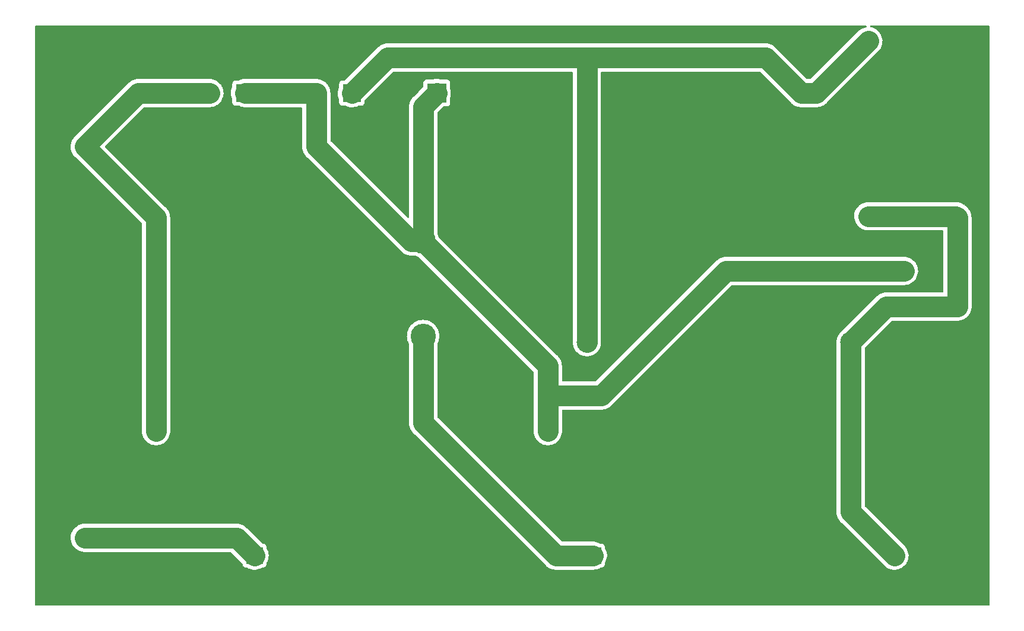
<source format=gbr>
%TF.GenerationSoftware,KiCad,Pcbnew,6.0.2+dfsg-1*%
%TF.CreationDate,2022-10-05T13:12:56-04:00*%
%TF.ProjectId,overnight-sensations,6f766572-6e69-4676-9874-2d73656e7361,rev?*%
%TF.SameCoordinates,Original*%
%TF.FileFunction,Copper,L1,Top*%
%TF.FilePolarity,Positive*%
%FSLAX46Y46*%
G04 Gerber Fmt 4.6, Leading zero omitted, Abs format (unit mm)*
G04 Created by KiCad (PCBNEW 6.0.2+dfsg-1) date 2022-10-05 13:12:56*
%MOMM*%
%LPD*%
G01*
G04 APERTURE LIST*
%TA.AperFunction,ComponentPad*%
%ADD10R,2.400000X2.400000*%
%TD*%
%TA.AperFunction,ComponentPad*%
%ADD11O,2.400000X2.400000*%
%TD*%
%TA.AperFunction,ComponentPad*%
%ADD12R,2.600000X2.600000*%
%TD*%
%TA.AperFunction,ComponentPad*%
%ADD13C,2.600000*%
%TD*%
%TA.AperFunction,ComponentPad*%
%ADD14R,2.800000X2.800000*%
%TD*%
%TA.AperFunction,ComponentPad*%
%ADD15O,2.800000X2.800000*%
%TD*%
%TA.AperFunction,ComponentPad*%
%ADD16C,2.400000*%
%TD*%
%TA.AperFunction,ComponentPad*%
%ADD17C,1.600000*%
%TD*%
%TA.AperFunction,ComponentPad*%
%ADD18O,1.600000X1.600000*%
%TD*%
%TA.AperFunction,ComponentPad*%
%ADD19C,3.600000*%
%TD*%
%TA.AperFunction,ComponentPad*%
%ADD20C,3.000000*%
%TD*%
%TA.AperFunction,Conductor*%
%ADD21C,3.000000*%
%TD*%
G04 APERTURE END LIST*
D10*
%TO.P,C2,1*%
%TO.N,Net-(C3-Pad2)*%
X207100000Y-124460000D03*
D11*
%TO.P,C2,2*%
%TO.N,Net-(Input1-Pad1)*%
X250100000Y-124460000D03*
%TD*%
D12*
%TO.P,Input1,1,Pin_1*%
%TO.N,Net-(Input1-Pad1)*%
X251460000Y-88900000D03*
D13*
%TO.P,Input1,2,Pin_2*%
%TO.N,Net-(Input1-Pad2)*%
X251460000Y-83820000D03*
%TD*%
D12*
%TO.P,Tweeter1,1,Pin_1*%
%TO.N,Net-(Input1-Pad2)*%
X157480000Y-58420000D03*
D13*
%TO.P,Tweeter1,2,Pin_2*%
%TO.N,Net-(R1-Pad1)*%
X152400000Y-58420000D03*
%TD*%
D14*
%TO.P,C4,1*%
%TO.N,Net-(Input1-Pad2)*%
X184820000Y-58420000D03*
D15*
%TO.P,C4,2*%
%TO.N,Net-(Woofer1-Pad1)*%
X236820000Y-58420000D03*
%TD*%
D16*
%TO.P,R1,1*%
%TO.N,Net-(R1-Pad1)*%
X144780000Y-106680000D03*
D11*
%TO.P,R1,2*%
%TO.N,Net-(Input1-Pad2)*%
X200660000Y-106680000D03*
%TD*%
D12*
%TO.P,Woofer1,1,Pin_1*%
%TO.N,Net-(Woofer1-Pad1)*%
X172720000Y-58420000D03*
D13*
%TO.P,Woofer1,2,Pin_2*%
%TO.N,Net-(Input1-Pad2)*%
X167640000Y-58420000D03*
%TD*%
D10*
%TO.P,C3,1*%
%TO.N,Net-(R2-Pad2)*%
X158840000Y-124460000D03*
D11*
%TO.P,C3,2*%
%TO.N,Net-(C3-Pad2)*%
X201840000Y-124460000D03*
%TD*%
D17*
%TO.P,C1,1*%
%TO.N,Net-(Input1-Pad1)*%
X246380000Y-76000000D03*
D18*
%TO.P,C1,2*%
%TO.N,Net-(Woofer1-Pad1)*%
X246380000Y-51000000D03*
%TD*%
D19*
%TO.P,L1,1,1*%
%TO.N,Net-(C3-Pad2)*%
X182880000Y-93105000D03*
%TO.P,L1,2,2*%
%TO.N,Net-(Input1-Pad2)*%
X182880000Y-79605000D03*
%TD*%
D20*
%TO.P,L2,1,1*%
%TO.N,Net-(Input1-Pad1)*%
X243840000Y-93980000D03*
%TO.P,L2,2,2*%
%TO.N,Net-(Woofer1-Pad1)*%
X206240000Y-93980000D03*
%TD*%
D16*
%TO.P,R2,1*%
%TO.N,Net-(R1-Pad1)*%
X134620000Y-66040000D03*
D11*
%TO.P,R2,2*%
%TO.N,Net-(R2-Pad2)*%
X134620000Y-121920000D03*
%TD*%
D21*
%TO.N,Net-(Input1-Pad1)*%
X250100000Y-124460000D02*
X243840000Y-118200000D01*
X258880000Y-76000000D02*
X259080000Y-76200000D01*
X248920000Y-88900000D02*
X243840000Y-93980000D01*
X259080000Y-76200000D02*
X259080000Y-88900000D01*
X251460000Y-88900000D02*
X248920000Y-88900000D01*
X259080000Y-88900000D02*
X251460000Y-88900000D01*
X246380000Y-76000000D02*
X258880000Y-76000000D01*
X243840000Y-118200000D02*
X243840000Y-93980000D01*
%TO.N,Net-(Woofer1-Pad1)*%
X236820000Y-58420000D02*
X238960000Y-58420000D01*
X205740000Y-53340000D02*
X231740000Y-53340000D01*
X172720000Y-58420000D02*
X177800000Y-53340000D01*
X206240000Y-53840000D02*
X205740000Y-53340000D01*
X231740000Y-53340000D02*
X236820000Y-58420000D01*
X206240000Y-93980000D02*
X206240000Y-53840000D01*
X177800000Y-53340000D02*
X205740000Y-53340000D01*
X238960000Y-58420000D02*
X246380000Y-51000000D01*
%TO.N,Net-(C3-Pad2)*%
X201840000Y-124460000D02*
X207100000Y-124460000D01*
X182880000Y-93105000D02*
X182880000Y-105500000D01*
X182880000Y-105500000D02*
X201840000Y-124460000D01*
%TO.N,Net-(R2-Pad2)*%
X156300000Y-121920000D02*
X158840000Y-124460000D01*
X134620000Y-121920000D02*
X156300000Y-121920000D01*
%TO.N,Net-(Input1-Pad2)*%
X167640000Y-58420000D02*
X167640000Y-66040000D01*
X200660000Y-106680000D02*
X200660000Y-101600000D01*
X181205000Y-79605000D02*
X182880000Y-79605000D01*
X200660000Y-101600000D02*
X200660000Y-97385000D01*
X200660000Y-101600000D02*
X208280000Y-101600000D01*
X226060000Y-83820000D02*
X208280000Y-101600000D01*
X157480000Y-58420000D02*
X167640000Y-58420000D01*
X182880000Y-60360000D02*
X184820000Y-58420000D01*
X200660000Y-97385000D02*
X182880000Y-79605000D01*
X182880000Y-79605000D02*
X182880000Y-60360000D01*
X251460000Y-83820000D02*
X226060000Y-83820000D01*
X167640000Y-66040000D02*
X181205000Y-79605000D01*
%TO.N,Net-(R1-Pad1)*%
X144780000Y-106680000D02*
X144780000Y-76200000D01*
X142240000Y-58420000D02*
X152400000Y-58420000D01*
X144780000Y-76200000D02*
X134620000Y-66040000D01*
X134620000Y-66040000D02*
X142240000Y-58420000D01*
%TD*%
%TA.AperFunction,NonConductor*%
G36*
X246081473Y-48788002D02*
G01*
X246127966Y-48841658D01*
X246138070Y-48911932D01*
X246108576Y-48976512D01*
X246048850Y-49014896D01*
X246041696Y-49016771D01*
X245795619Y-49073582D01*
X245795613Y-49073584D01*
X245791337Y-49074571D01*
X245529098Y-49175235D01*
X245283421Y-49311417D01*
X245279914Y-49314060D01*
X245279912Y-49314061D01*
X245119035Y-49435291D01*
X245059088Y-49480464D01*
X238164957Y-56374595D01*
X238102645Y-56408621D01*
X238075862Y-56411500D01*
X237704138Y-56411500D01*
X237636017Y-56391498D01*
X237615043Y-56374595D01*
X233199765Y-51959317D01*
X233195224Y-51954533D01*
X233141566Y-51894940D01*
X233138629Y-51891678D01*
X233045295Y-51813360D01*
X233043642Y-51811949D01*
X233035102Y-51804525D01*
X232951697Y-51732023D01*
X232948011Y-51729629D01*
X232948004Y-51729624D01*
X232943397Y-51726632D01*
X232931039Y-51717488D01*
X232926826Y-51713953D01*
X232926819Y-51713948D01*
X232923450Y-51711121D01*
X232820162Y-51646580D01*
X232818306Y-51645398D01*
X232719809Y-51581433D01*
X232716118Y-51579036D01*
X232712123Y-51577173D01*
X232707143Y-51574850D01*
X232693637Y-51567518D01*
X232688968Y-51564601D01*
X232685236Y-51562269D01*
X232681224Y-51560483D01*
X232681217Y-51560479D01*
X232573968Y-51512729D01*
X232571967Y-51511817D01*
X232465525Y-51462182D01*
X232465522Y-51462181D01*
X232461540Y-51460324D01*
X232452070Y-51457429D01*
X232437663Y-51452042D01*
X232432650Y-51449810D01*
X232432649Y-51449810D01*
X232428625Y-51448018D01*
X232340338Y-51422703D01*
X232311505Y-51414435D01*
X232309417Y-51413817D01*
X232192917Y-51378199D01*
X232183135Y-51376650D01*
X232168119Y-51373320D01*
X232162843Y-51371807D01*
X232162844Y-51371807D01*
X232158610Y-51370593D01*
X232154257Y-51369981D01*
X232154251Y-51369980D01*
X232038022Y-51353646D01*
X232035845Y-51353321D01*
X231919824Y-51334944D01*
X231919823Y-51334944D01*
X231915480Y-51334256D01*
X231911084Y-51334179D01*
X231911080Y-51334179D01*
X231905570Y-51334083D01*
X231890240Y-51332876D01*
X231880448Y-51331500D01*
X231758688Y-51331500D01*
X231756489Y-51331481D01*
X231634626Y-51329354D01*
X231630270Y-51329889D01*
X231630267Y-51329889D01*
X231624796Y-51330561D01*
X231609440Y-51331500D01*
X205758688Y-51331500D01*
X205756489Y-51331481D01*
X205634626Y-51329354D01*
X205630270Y-51329889D01*
X205630267Y-51329889D01*
X205624796Y-51330561D01*
X205609440Y-51331500D01*
X177855895Y-51331500D01*
X177849301Y-51331327D01*
X177769259Y-51327132D01*
X177769253Y-51327132D01*
X177764862Y-51326902D01*
X177760485Y-51327285D01*
X177760481Y-51327285D01*
X177643486Y-51337521D01*
X177641293Y-51337693D01*
X177524173Y-51345882D01*
X177524167Y-51345883D01*
X177519788Y-51346189D01*
X177510107Y-51348247D01*
X177494900Y-51350519D01*
X177489425Y-51350998D01*
X177489412Y-51351000D01*
X177485034Y-51351383D01*
X177412341Y-51368166D01*
X177366326Y-51378789D01*
X177364179Y-51379265D01*
X177306952Y-51391429D01*
X177245030Y-51404591D01*
X177240898Y-51406095D01*
X177235728Y-51407976D01*
X177220982Y-51412344D01*
X177215624Y-51413581D01*
X177215619Y-51413582D01*
X177211337Y-51414571D01*
X177097571Y-51458241D01*
X177095571Y-51458989D01*
X176981074Y-51500663D01*
X176972336Y-51505309D01*
X176958333Y-51511690D01*
X176953210Y-51513656D01*
X176953203Y-51513659D01*
X176949098Y-51515235D01*
X176842479Y-51574336D01*
X176840612Y-51575348D01*
X176736942Y-51630470D01*
X176736933Y-51630476D01*
X176733058Y-51632536D01*
X176729501Y-51635121D01*
X176729495Y-51635124D01*
X176725047Y-51638355D01*
X176712074Y-51646620D01*
X176703421Y-51651417D01*
X176615741Y-51717488D01*
X176606169Y-51724701D01*
X176604415Y-51725999D01*
X176505808Y-51797642D01*
X176499847Y-51803398D01*
X176498680Y-51804525D01*
X176486988Y-51814510D01*
X176482607Y-51817812D01*
X176479088Y-51820464D01*
X176393012Y-51906540D01*
X176391444Y-51908082D01*
X176303748Y-51992769D01*
X176297685Y-52000530D01*
X176297647Y-52000578D01*
X176287452Y-52012100D01*
X171724957Y-56574595D01*
X171662645Y-56608621D01*
X171635862Y-56611500D01*
X171371866Y-56611500D01*
X171309684Y-56618255D01*
X171173295Y-56669385D01*
X171056739Y-56756739D01*
X170969385Y-56873295D01*
X170918255Y-57009684D01*
X170911500Y-57071866D01*
X170911500Y-57517889D01*
X170899695Y-57571139D01*
X170840324Y-57698460D01*
X170839040Y-57702660D01*
X170839038Y-57702665D01*
X170808639Y-57802099D01*
X170758199Y-57967083D01*
X170714256Y-58244520D01*
X170709354Y-58525374D01*
X170709889Y-58529730D01*
X170709889Y-58529733D01*
X170739345Y-58769624D01*
X170743587Y-58804175D01*
X170816288Y-59075500D01*
X170860767Y-59180286D01*
X170901484Y-59276210D01*
X170911500Y-59325442D01*
X170911500Y-59768134D01*
X170918255Y-59830316D01*
X170969385Y-59966705D01*
X171056739Y-60083261D01*
X171173295Y-60170615D01*
X171309684Y-60221745D01*
X171371866Y-60228500D01*
X171815027Y-60228500D01*
X171872230Y-60242233D01*
X171929378Y-60271352D01*
X171929383Y-60271354D01*
X171933300Y-60273350D01*
X172198892Y-60364800D01*
X172251280Y-60374983D01*
X172470309Y-60417559D01*
X172470316Y-60417560D01*
X172474628Y-60418398D01*
X172601678Y-60425056D01*
X172750741Y-60432868D01*
X172750747Y-60432868D01*
X172755138Y-60433098D01*
X172759515Y-60432715D01*
X172759519Y-60432715D01*
X172878484Y-60422307D01*
X173034966Y-60408617D01*
X173039245Y-60407629D01*
X173039252Y-60407628D01*
X173304381Y-60346417D01*
X173304386Y-60346415D01*
X173308663Y-60345428D01*
X173545041Y-60254692D01*
X173566794Y-60246342D01*
X173566795Y-60246341D01*
X173570902Y-60244765D01*
X173574749Y-60242632D01*
X173578739Y-60240772D01*
X173579456Y-60242310D01*
X173632830Y-60228500D01*
X174068134Y-60228500D01*
X174130316Y-60221745D01*
X174266705Y-60170615D01*
X174383261Y-60083261D01*
X174470615Y-59966705D01*
X174521745Y-59830316D01*
X174528500Y-59768134D01*
X174528500Y-59504138D01*
X174548502Y-59436017D01*
X174565405Y-59415043D01*
X178595043Y-55385405D01*
X178657355Y-55351379D01*
X178684138Y-55348500D01*
X204105500Y-55348500D01*
X204173621Y-55368502D01*
X204220114Y-55422158D01*
X204231500Y-55474500D01*
X204231500Y-93895731D01*
X204231112Y-93905617D01*
X204226917Y-93958918D01*
X204230421Y-94019686D01*
X204231291Y-94034773D01*
X204231500Y-94042026D01*
X204231500Y-94050146D01*
X204234269Y-94089733D01*
X204235310Y-94104621D01*
X204235403Y-94106088D01*
X204242682Y-94232320D01*
X204243509Y-94236534D01*
X204243509Y-94236535D01*
X204243596Y-94236979D01*
X204245646Y-94252444D01*
X204246189Y-94260212D01*
X204271518Y-94379372D01*
X204271895Y-94381220D01*
X204275307Y-94398610D01*
X204295405Y-94501053D01*
X204298161Y-94509102D01*
X204302196Y-94523705D01*
X204304591Y-94534970D01*
X204334879Y-94618183D01*
X204345077Y-94646202D01*
X204345871Y-94648449D01*
X204384112Y-94760144D01*
X204389616Y-94771088D01*
X204395447Y-94784596D01*
X204400663Y-94798926D01*
X204402727Y-94802808D01*
X204402732Y-94802819D01*
X204454591Y-94900352D01*
X204455905Y-94902891D01*
X204505233Y-95000969D01*
X204505238Y-95000977D01*
X204507160Y-95004799D01*
X204516224Y-95017986D01*
X204523627Y-95030187D01*
X204532536Y-95046942D01*
X204535122Y-95050501D01*
X204535123Y-95050503D01*
X204597978Y-95137016D01*
X204599869Y-95139691D01*
X204662274Y-95230490D01*
X204665161Y-95233663D01*
X204665162Y-95233664D01*
X204675554Y-95245084D01*
X204684300Y-95255828D01*
X204697642Y-95274192D01*
X204748098Y-95326441D01*
X204772502Y-95351712D01*
X204775058Y-95354439D01*
X204846582Y-95433043D01*
X204864594Y-95448103D01*
X204874406Y-95457237D01*
X204892769Y-95476252D01*
X204943678Y-95516026D01*
X204974846Y-95540377D01*
X204978059Y-95542974D01*
X205056675Y-95608707D01*
X205060302Y-95610982D01*
X205079742Y-95623177D01*
X205090344Y-95630614D01*
X205114118Y-95649188D01*
X205117933Y-95651390D01*
X205117938Y-95651394D01*
X205201137Y-95699428D01*
X205205094Y-95701810D01*
X205285030Y-95751955D01*
X205285037Y-95751959D01*
X205288664Y-95754234D01*
X205292574Y-95755999D01*
X205292577Y-95756001D01*
X205316896Y-95766981D01*
X205328048Y-95772700D01*
X205357381Y-95789636D01*
X205413595Y-95812348D01*
X205447152Y-95825906D01*
X205451802Y-95827894D01*
X205534345Y-95865164D01*
X205534349Y-95865166D01*
X205538257Y-95866930D01*
X205571564Y-95876796D01*
X205582963Y-95880777D01*
X205613742Y-95893213D01*
X205613745Y-95893214D01*
X205617824Y-95894862D01*
X205622097Y-95895927D01*
X205622099Y-95895928D01*
X205708223Y-95917401D01*
X205713527Y-95918847D01*
X205796723Y-95943491D01*
X205796728Y-95943492D01*
X205800836Y-95944709D01*
X205805070Y-95945357D01*
X205805075Y-95945358D01*
X205838857Y-95950527D01*
X205850280Y-95952820D01*
X205886107Y-95961753D01*
X205886112Y-95961754D01*
X205890376Y-95962817D01*
X205894743Y-95963276D01*
X205894749Y-95963277D01*
X205931262Y-95967114D01*
X205979409Y-95972174D01*
X205985257Y-95972928D01*
X206071540Y-95986132D01*
X206099307Y-95986568D01*
X206113737Y-95986795D01*
X206124928Y-95987469D01*
X206165363Y-95991719D01*
X206165368Y-95991719D01*
X206169733Y-95992178D01*
X206174120Y-95992025D01*
X206174126Y-95992025D01*
X206229755Y-95990082D01*
X206255499Y-95989183D01*
X206261863Y-95989122D01*
X206345362Y-95990434D01*
X206356640Y-95989069D01*
X206391001Y-95984912D01*
X206401737Y-95984077D01*
X206446059Y-95982529D01*
X206446064Y-95982528D01*
X206450458Y-95982375D01*
X206454788Y-95981612D01*
X206454793Y-95981611D01*
X206531337Y-95968115D01*
X206538076Y-95967114D01*
X206612972Y-95958050D01*
X206612973Y-95958050D01*
X206617235Y-95957534D01*
X206621380Y-95956446D01*
X206621383Y-95956446D01*
X206635204Y-95952820D01*
X206665332Y-95944916D01*
X206675403Y-95942712D01*
X206696572Y-95938979D01*
X206722762Y-95934361D01*
X206722767Y-95934360D01*
X206727087Y-95933598D01*
X206731258Y-95932243D01*
X206731265Y-95932241D01*
X206765213Y-95921210D01*
X206801682Y-95909361D01*
X206808620Y-95907325D01*
X206862413Y-95893213D01*
X206877977Y-95889130D01*
X206877980Y-95889129D01*
X206882127Y-95888041D01*
X206886083Y-95886402D01*
X206886087Y-95886401D01*
X206931521Y-95867581D01*
X206940805Y-95864157D01*
X206990040Y-95848160D01*
X206994235Y-95846797D01*
X207061406Y-95814035D01*
X207068421Y-95810875D01*
X207115718Y-95791284D01*
X207135136Y-95783241D01*
X207184539Y-95754373D01*
X207192852Y-95749925D01*
X207242753Y-95725587D01*
X207242763Y-95725581D01*
X207246702Y-95723660D01*
X207250337Y-95721208D01*
X207250346Y-95721203D01*
X207305589Y-95683940D01*
X207312468Y-95679616D01*
X207371582Y-95645073D01*
X207399508Y-95623177D01*
X207419546Y-95607465D01*
X207426833Y-95602161D01*
X207475926Y-95569047D01*
X207479576Y-95566585D01*
X207529609Y-95521535D01*
X207536164Y-95516026D01*
X207583707Y-95478747D01*
X207583717Y-95478738D01*
X207587089Y-95476094D01*
X207632120Y-95429627D01*
X207638288Y-95423680D01*
X207685060Y-95381566D01*
X207688322Y-95378629D01*
X207691142Y-95375268D01*
X207691150Y-95375260D01*
X207729214Y-95329896D01*
X207735243Y-95323211D01*
X207754070Y-95303783D01*
X207774688Y-95282508D01*
X207774694Y-95282501D01*
X207777669Y-95279431D01*
X207818192Y-95224265D01*
X207823218Y-95217866D01*
X207866052Y-95166820D01*
X207866057Y-95166813D01*
X207868879Y-95163450D01*
X207900632Y-95112634D01*
X207905931Y-95104824D01*
X207937251Y-95062187D01*
X207937255Y-95062181D01*
X207939795Y-95058723D01*
X207974257Y-94995252D01*
X207978131Y-94988609D01*
X208015404Y-94928960D01*
X208017731Y-94925236D01*
X208040586Y-94873903D01*
X208044962Y-94865030D01*
X208068418Y-94821829D01*
X208070468Y-94818054D01*
X208097323Y-94746985D01*
X208100082Y-94740276D01*
X208130193Y-94672645D01*
X208130197Y-94672635D01*
X208131982Y-94668625D01*
X208146446Y-94618183D01*
X208149699Y-94608375D01*
X208165753Y-94565889D01*
X208167269Y-94561877D01*
X208185073Y-94484142D01*
X208186773Y-94477545D01*
X208208196Y-94402832D01*
X208209407Y-94398610D01*
X208216194Y-94350319D01*
X208218143Y-94339749D01*
X208228407Y-94294933D01*
X208235829Y-94211769D01*
X208236556Y-94205434D01*
X208247888Y-94124800D01*
X208248500Y-94120448D01*
X208248500Y-94075403D01*
X208248999Y-94064202D01*
X208252531Y-94024627D01*
X208252531Y-94024625D01*
X208252751Y-94022161D01*
X208253193Y-93980000D01*
X208248792Y-93915442D01*
X208248500Y-93906872D01*
X208248500Y-55474500D01*
X208268502Y-55406379D01*
X208322158Y-55359886D01*
X208374500Y-55348500D01*
X230855862Y-55348500D01*
X230923983Y-55368502D01*
X230944957Y-55385405D01*
X235360235Y-59800683D01*
X235364776Y-59805467D01*
X235421371Y-59868322D01*
X235513644Y-59945749D01*
X235514687Y-59946624D01*
X235516339Y-59948035D01*
X235608303Y-60027977D01*
X235611989Y-60030371D01*
X235611996Y-60030376D01*
X235616603Y-60033368D01*
X235628961Y-60042512D01*
X235633174Y-60046047D01*
X235633181Y-60046052D01*
X235636550Y-60048879D01*
X235700185Y-60088642D01*
X235739838Y-60113420D01*
X235741693Y-60114601D01*
X235843882Y-60180964D01*
X235847876Y-60182827D01*
X235847877Y-60182827D01*
X235852857Y-60185150D01*
X235866363Y-60192482D01*
X235869481Y-60194430D01*
X235874764Y-60197731D01*
X235878776Y-60199517D01*
X235878783Y-60199521D01*
X235986044Y-60247276D01*
X235988045Y-60248188D01*
X236036140Y-60270615D01*
X236098461Y-60299676D01*
X236102673Y-60300964D01*
X236102674Y-60300964D01*
X236107921Y-60302568D01*
X236122335Y-60307957D01*
X236131375Y-60311982D01*
X236199025Y-60331380D01*
X236248502Y-60345567D01*
X236250589Y-60346185D01*
X236367083Y-60381801D01*
X236376865Y-60383350D01*
X236391879Y-60386680D01*
X236401390Y-60389407D01*
X236405743Y-60390019D01*
X236405749Y-60390020D01*
X236521978Y-60406354D01*
X236524155Y-60406679D01*
X236623907Y-60422479D01*
X236644520Y-60425744D01*
X236648916Y-60425821D01*
X236648920Y-60425821D01*
X236654430Y-60425917D01*
X236669760Y-60427124D01*
X236679552Y-60428500D01*
X236801312Y-60428500D01*
X236803510Y-60428519D01*
X236925374Y-60430646D01*
X236929730Y-60430111D01*
X236929733Y-60430111D01*
X236935204Y-60429439D01*
X236950560Y-60428500D01*
X238904105Y-60428500D01*
X238910699Y-60428673D01*
X238990741Y-60432868D01*
X238990747Y-60432868D01*
X238995138Y-60433098D01*
X238999515Y-60432715D01*
X238999519Y-60432715D01*
X239116514Y-60422479D01*
X239118707Y-60422307D01*
X239235827Y-60414118D01*
X239235833Y-60414117D01*
X239240212Y-60413811D01*
X239249893Y-60411753D01*
X239265100Y-60409481D01*
X239270575Y-60409002D01*
X239270588Y-60409000D01*
X239274966Y-60408617D01*
X239279245Y-60407629D01*
X239279252Y-60407628D01*
X239393695Y-60381207D01*
X239395840Y-60380732D01*
X239510663Y-60356325D01*
X239510670Y-60356323D01*
X239514970Y-60355409D01*
X239524281Y-60352020D01*
X239539019Y-60347655D01*
X239548663Y-60345428D01*
X239553658Y-60343511D01*
X239632629Y-60313197D01*
X239662400Y-60301769D01*
X239664431Y-60301010D01*
X239774782Y-60260846D01*
X239774791Y-60260842D01*
X239778926Y-60259337D01*
X239787664Y-60254691D01*
X239801652Y-60248317D01*
X239806786Y-60246346D01*
X239806798Y-60246341D01*
X239810902Y-60244765D01*
X239917521Y-60185664D01*
X239919388Y-60184652D01*
X240023058Y-60129530D01*
X240023067Y-60129524D01*
X240026942Y-60127464D01*
X240030503Y-60124877D01*
X240030505Y-60124876D01*
X240034953Y-60121645D01*
X240047927Y-60113379D01*
X240056579Y-60108583D01*
X240153844Y-60035289D01*
X240155598Y-60033991D01*
X240156456Y-60033368D01*
X240254192Y-59962358D01*
X240261320Y-59955475D01*
X240273012Y-59945490D01*
X240277393Y-59942188D01*
X240277394Y-59942187D01*
X240280912Y-59939536D01*
X240366988Y-59853460D01*
X240368556Y-59851918D01*
X240383264Y-59837715D01*
X240456252Y-59767231D01*
X240462353Y-59759422D01*
X240472548Y-59747900D01*
X247849825Y-52370623D01*
X247987977Y-52211697D01*
X248140964Y-51976118D01*
X248259676Y-51721539D01*
X248341802Y-51452917D01*
X248385744Y-51175480D01*
X248390646Y-50894626D01*
X248356413Y-50615824D01*
X248283712Y-50344500D01*
X248173957Y-50085933D01*
X248171694Y-50082166D01*
X248171690Y-50082159D01*
X248031551Y-49848930D01*
X248029285Y-49845158D01*
X248026516Y-49841738D01*
X247855277Y-49630276D01*
X247855273Y-49630271D01*
X247852511Y-49626861D01*
X247647077Y-49435291D01*
X247416980Y-49274175D01*
X247219706Y-49173658D01*
X247170622Y-49148648D01*
X247170618Y-49148646D01*
X247166700Y-49146650D01*
X246901108Y-49055200D01*
X246708112Y-49017685D01*
X246645059Y-48985052D01*
X246609659Y-48923511D01*
X246613150Y-48852600D01*
X246654423Y-48794834D01*
X246720376Y-48768552D01*
X246732154Y-48768000D01*
X263526000Y-48768000D01*
X263594121Y-48788002D01*
X263640614Y-48841658D01*
X263652000Y-48894000D01*
X263652000Y-131446000D01*
X263631998Y-131514121D01*
X263578342Y-131560614D01*
X263526000Y-131572000D01*
X127634000Y-131572000D01*
X127565879Y-131551998D01*
X127519386Y-131498342D01*
X127508000Y-131446000D01*
X127508000Y-121849733D01*
X132607822Y-121849733D01*
X132617625Y-122130458D01*
X132666402Y-122407087D01*
X132753203Y-122674235D01*
X132755131Y-122678188D01*
X132755133Y-122678193D01*
X132790888Y-122751500D01*
X132876340Y-122926702D01*
X132878795Y-122930341D01*
X132878798Y-122930347D01*
X132940419Y-123021703D01*
X133033415Y-123159576D01*
X133036360Y-123162847D01*
X133036361Y-123162848D01*
X133080497Y-123211866D01*
X133221371Y-123368322D01*
X133436550Y-123548879D01*
X133674764Y-123697731D01*
X133931375Y-123811982D01*
X134201390Y-123889407D01*
X134205740Y-123890018D01*
X134205743Y-123890019D01*
X134308690Y-123904487D01*
X134479552Y-123928500D01*
X155415862Y-123928500D01*
X155483983Y-123948502D01*
X155504957Y-123965405D01*
X157094595Y-125555043D01*
X157128621Y-125617355D01*
X157131500Y-125644138D01*
X157131500Y-125708134D01*
X157138255Y-125770316D01*
X157189385Y-125906705D01*
X157276739Y-126023261D01*
X157393295Y-126110615D01*
X157529684Y-126161745D01*
X157591866Y-126168500D01*
X157745771Y-126168500D01*
X157814395Y-126188827D01*
X157860195Y-126218570D01*
X157860199Y-126218572D01*
X157863882Y-126220964D01*
X157867863Y-126222820D01*
X157867866Y-126222822D01*
X158114466Y-126337813D01*
X158114471Y-126337815D01*
X158118460Y-126339675D01*
X158387082Y-126421801D01*
X158664520Y-126465743D01*
X158668920Y-126465820D01*
X158668922Y-126465820D01*
X158755320Y-126467328D01*
X158945373Y-126470646D01*
X158949729Y-126470111D01*
X158949732Y-126470111D01*
X159219812Y-126436949D01*
X159219816Y-126436948D01*
X159224175Y-126436413D01*
X159491257Y-126364848D01*
X159491261Y-126364847D01*
X159491263Y-126364846D01*
X159495500Y-126363711D01*
X159754067Y-126253956D01*
X159866338Y-126186497D01*
X159931233Y-126168500D01*
X160088134Y-126168500D01*
X160150316Y-126161745D01*
X160286705Y-126110615D01*
X160403261Y-126023261D01*
X160490615Y-125906705D01*
X160541745Y-125770316D01*
X160548500Y-125708134D01*
X160548500Y-125560161D01*
X160565997Y-125497068D01*
X160565825Y-125496980D01*
X160566256Y-125496134D01*
X160693349Y-125246700D01*
X160784799Y-124981108D01*
X160817303Y-124813893D01*
X160837558Y-124709691D01*
X160837559Y-124709684D01*
X160838397Y-124705372D01*
X160853098Y-124424861D01*
X160828617Y-124145034D01*
X160827629Y-124140755D01*
X160827628Y-124140748D01*
X160766417Y-123875619D01*
X160766415Y-123875614D01*
X160765428Y-123871337D01*
X160664764Y-123609098D01*
X160629817Y-123546051D01*
X160564298Y-123427852D01*
X160548500Y-123366766D01*
X160548500Y-123211866D01*
X160541745Y-123149684D01*
X160490615Y-123013295D01*
X160403261Y-122896739D01*
X160286705Y-122809385D01*
X160150316Y-122758255D01*
X160088134Y-122751500D01*
X160024138Y-122751500D01*
X159956017Y-122731498D01*
X159935043Y-122714595D01*
X157759765Y-120539317D01*
X157755224Y-120534533D01*
X157701566Y-120474940D01*
X157698629Y-120471678D01*
X157605295Y-120393360D01*
X157603642Y-120391949D01*
X157511697Y-120312023D01*
X157508011Y-120309629D01*
X157508004Y-120309624D01*
X157503397Y-120306632D01*
X157491039Y-120297488D01*
X157486826Y-120293953D01*
X157486819Y-120293948D01*
X157483450Y-120291121D01*
X157380162Y-120226580D01*
X157378306Y-120225398D01*
X157279809Y-120161433D01*
X157276118Y-120159036D01*
X157272123Y-120157173D01*
X157267143Y-120154850D01*
X157253637Y-120147518D01*
X157248968Y-120144601D01*
X157245236Y-120142269D01*
X157241224Y-120140483D01*
X157241217Y-120140479D01*
X157133968Y-120092729D01*
X157131967Y-120091817D01*
X157025525Y-120042182D01*
X157025522Y-120042181D01*
X157021540Y-120040324D01*
X157012070Y-120037429D01*
X156997663Y-120032042D01*
X156992650Y-120029810D01*
X156992649Y-120029810D01*
X156988625Y-120028018D01*
X156871505Y-119994435D01*
X156869417Y-119993817D01*
X156752917Y-119958199D01*
X156743135Y-119956650D01*
X156728119Y-119953320D01*
X156722843Y-119951807D01*
X156722844Y-119951807D01*
X156718610Y-119950593D01*
X156714257Y-119949981D01*
X156714251Y-119949980D01*
X156598022Y-119933646D01*
X156595845Y-119933321D01*
X156479824Y-119914944D01*
X156479823Y-119914944D01*
X156475480Y-119914256D01*
X156471084Y-119914179D01*
X156471080Y-119914179D01*
X156465570Y-119914083D01*
X156450240Y-119912876D01*
X156440448Y-119911500D01*
X156318688Y-119911500D01*
X156316489Y-119911481D01*
X156194626Y-119909354D01*
X156190270Y-119909889D01*
X156190267Y-119909889D01*
X156184796Y-119910561D01*
X156169440Y-119911500D01*
X134549854Y-119911500D01*
X134547668Y-119911653D01*
X134547664Y-119911653D01*
X134344173Y-119925882D01*
X134344168Y-119925883D01*
X134339788Y-119926189D01*
X134065030Y-119984591D01*
X134060901Y-119986094D01*
X134060897Y-119986095D01*
X133805219Y-120079154D01*
X133805215Y-120079156D01*
X133801074Y-120080663D01*
X133553058Y-120212536D01*
X133549499Y-120215122D01*
X133549497Y-120215123D01*
X133440997Y-120293953D01*
X133325808Y-120377642D01*
X133322644Y-120380698D01*
X133322641Y-120380700D01*
X133310251Y-120392665D01*
X133123748Y-120572769D01*
X132950812Y-120794118D01*
X132948616Y-120797922D01*
X132948611Y-120797929D01*
X132834794Y-120995067D01*
X132810364Y-121037381D01*
X132705138Y-121297824D01*
X132637183Y-121570376D01*
X132607822Y-121849733D01*
X127508000Y-121849733D01*
X127508000Y-66075138D01*
X132606902Y-66075138D01*
X132607285Y-66079516D01*
X132607285Y-66079517D01*
X132609393Y-66103609D01*
X132609853Y-66116786D01*
X132609354Y-66145374D01*
X132609889Y-66149729D01*
X132609889Y-66149734D01*
X132621929Y-66247789D01*
X132622389Y-66252162D01*
X132631383Y-66354966D01*
X132632373Y-66359254D01*
X132637814Y-66382822D01*
X132640104Y-66395810D01*
X132643587Y-66424175D01*
X132644725Y-66428421D01*
X132670295Y-66523851D01*
X132671359Y-66528118D01*
X132692348Y-66619028D01*
X132694572Y-66628663D01*
X132704819Y-66655356D01*
X132708888Y-66667883D01*
X132716288Y-66695500D01*
X132756620Y-66790516D01*
X132758233Y-66794506D01*
X132795235Y-66890902D01*
X132797365Y-66894744D01*
X132797368Y-66894750D01*
X132809096Y-66915908D01*
X132814875Y-66927756D01*
X132826043Y-66954067D01*
X132828309Y-66957839D01*
X132828315Y-66957850D01*
X132879196Y-67042530D01*
X132881385Y-67046320D01*
X132931417Y-67136579D01*
X132934060Y-67140086D01*
X132948619Y-67159407D01*
X132955992Y-67170339D01*
X132970715Y-67194842D01*
X132973480Y-67198256D01*
X133035660Y-67275042D01*
X133038368Y-67278508D01*
X133100464Y-67360912D01*
X133120672Y-67381120D01*
X133129497Y-67390920D01*
X133147489Y-67413138D01*
X133150708Y-67416140D01*
X133150712Y-67416144D01*
X133222962Y-67483518D01*
X133226125Y-67486573D01*
X142734595Y-76995043D01*
X142768621Y-77057355D01*
X142771500Y-77084138D01*
X142771500Y-106750146D01*
X142771653Y-106752332D01*
X142771653Y-106752336D01*
X142775466Y-106806859D01*
X142786189Y-106960212D01*
X142844591Y-107234970D01*
X142940663Y-107498926D01*
X143072536Y-107746942D01*
X143075122Y-107750501D01*
X143075123Y-107750503D01*
X143157184Y-107863450D01*
X143237642Y-107974192D01*
X143432769Y-108176252D01*
X143654118Y-108349188D01*
X143657922Y-108351384D01*
X143657929Y-108351389D01*
X143855067Y-108465206D01*
X143897381Y-108489636D01*
X144157824Y-108594862D01*
X144162097Y-108595927D01*
X144162099Y-108595928D01*
X144426107Y-108661753D01*
X144426112Y-108661754D01*
X144430376Y-108662817D01*
X144434744Y-108663276D01*
X144434749Y-108663277D01*
X144705364Y-108691719D01*
X144705367Y-108691719D01*
X144709733Y-108692178D01*
X144714121Y-108692025D01*
X144714127Y-108692025D01*
X144986061Y-108682529D01*
X144986067Y-108682528D01*
X144990458Y-108682375D01*
X144994781Y-108681613D01*
X144994788Y-108681612D01*
X145170494Y-108650630D01*
X145267087Y-108633598D01*
X145534235Y-108546797D01*
X145538188Y-108544869D01*
X145538193Y-108544867D01*
X145651432Y-108489636D01*
X145786702Y-108423660D01*
X145790341Y-108421205D01*
X145790347Y-108421202D01*
X145901125Y-108346481D01*
X146019576Y-108266585D01*
X146228322Y-108078629D01*
X146408879Y-107863450D01*
X146557731Y-107625236D01*
X146671982Y-107368625D01*
X146749407Y-107098610D01*
X146788500Y-106820448D01*
X146788500Y-93105000D01*
X180566547Y-93105000D01*
X180566817Y-93109119D01*
X180578499Y-93287346D01*
X180586339Y-93406966D01*
X180587143Y-93411006D01*
X180587143Y-93411009D01*
X180641824Y-93685907D01*
X180645376Y-93703766D01*
X180646701Y-93707670D01*
X180646702Y-93707673D01*
X180682941Y-93814430D01*
X180742648Y-93990320D01*
X180744471Y-93994016D01*
X180744474Y-93994024D01*
X180858506Y-94225256D01*
X180871500Y-94280985D01*
X180871500Y-105444105D01*
X180871327Y-105450699D01*
X180866902Y-105535138D01*
X180867285Y-105539515D01*
X180867285Y-105539519D01*
X180877521Y-105656514D01*
X180877693Y-105658707D01*
X180886189Y-105780212D01*
X180887102Y-105784507D01*
X180888246Y-105789887D01*
X180890519Y-105805100D01*
X180890998Y-105810575D01*
X180891000Y-105810588D01*
X180891383Y-105814966D01*
X180892371Y-105819245D01*
X180892372Y-105819252D01*
X180918793Y-105933695D01*
X180919268Y-105935840D01*
X180944591Y-106054970D01*
X180946095Y-106059102D01*
X180947978Y-106064275D01*
X180952345Y-106079019D01*
X180954572Y-106088663D01*
X180956150Y-106092775D01*
X180956151Y-106092777D01*
X180998220Y-106202371D01*
X180998990Y-106204431D01*
X181039154Y-106314782D01*
X181039158Y-106314791D01*
X181040663Y-106318926D01*
X181042730Y-106322813D01*
X181045308Y-106327662D01*
X181051683Y-106341652D01*
X181053654Y-106346786D01*
X181053659Y-106346798D01*
X181055235Y-106350902D01*
X181114336Y-106457521D01*
X181115348Y-106459388D01*
X181170470Y-106563058D01*
X181170476Y-106563067D01*
X181172536Y-106566942D01*
X181175121Y-106570499D01*
X181175124Y-106570505D01*
X181178355Y-106574953D01*
X181186620Y-106587926D01*
X181191417Y-106596579D01*
X181194066Y-106600094D01*
X181264701Y-106693831D01*
X181265999Y-106695585D01*
X181337642Y-106794192D01*
X181343398Y-106800153D01*
X181344525Y-106801320D01*
X181354510Y-106813012D01*
X181356801Y-106816051D01*
X181360464Y-106820912D01*
X181446540Y-106906988D01*
X181448082Y-106908556D01*
X181532769Y-106996252D01*
X181540530Y-107002315D01*
X181540578Y-107002353D01*
X181552100Y-107012548D01*
X200380235Y-125840683D01*
X200384776Y-125845467D01*
X200441371Y-125908322D01*
X200534675Y-125986614D01*
X200536346Y-125988042D01*
X200624974Y-126065085D01*
X200624982Y-126065091D01*
X200628302Y-126067977D01*
X200631984Y-126070368D01*
X200631993Y-126070375D01*
X200636607Y-126073371D01*
X200648963Y-126082514D01*
X200653171Y-126086044D01*
X200656550Y-126088879D01*
X200660285Y-126091213D01*
X200660292Y-126091218D01*
X200759837Y-126153420D01*
X200761681Y-126154594D01*
X200772692Y-126161745D01*
X200860185Y-126218563D01*
X200863882Y-126220964D01*
X200867869Y-126222823D01*
X200867874Y-126222826D01*
X200872857Y-126225150D01*
X200886363Y-126232482D01*
X200890714Y-126235200D01*
X200894764Y-126237731D01*
X200898776Y-126239517D01*
X200898783Y-126239521D01*
X201006032Y-126287271D01*
X201008033Y-126288183D01*
X201118460Y-126339676D01*
X201122654Y-126340958D01*
X201122672Y-126340965D01*
X201127933Y-126342573D01*
X201142338Y-126347958D01*
X201151375Y-126351982D01*
X201155601Y-126353194D01*
X201155607Y-126353196D01*
X201268451Y-126385553D01*
X201270559Y-126386177D01*
X201382871Y-126420514D01*
X201382877Y-126420515D01*
X201387082Y-126421801D01*
X201391430Y-126422490D01*
X201391431Y-126422490D01*
X201393100Y-126422754D01*
X201396860Y-126423350D01*
X201411866Y-126426677D01*
X201417157Y-126428194D01*
X201417167Y-126428196D01*
X201421390Y-126429407D01*
X201425743Y-126430019D01*
X201425744Y-126430019D01*
X201446476Y-126432933D01*
X201542035Y-126446363D01*
X201544092Y-126446670D01*
X201654249Y-126464117D01*
X201660164Y-126465054D01*
X201664520Y-126465744D01*
X201668918Y-126465821D01*
X201668922Y-126465821D01*
X201674430Y-126465917D01*
X201689760Y-126467124D01*
X201699552Y-126468500D01*
X201821312Y-126468500D01*
X201823510Y-126468519D01*
X201945374Y-126470646D01*
X201949730Y-126470111D01*
X201949733Y-126470111D01*
X201955204Y-126469439D01*
X201970560Y-126468500D01*
X207170146Y-126468500D01*
X207172332Y-126468347D01*
X207172336Y-126468347D01*
X207375827Y-126454118D01*
X207375832Y-126454117D01*
X207380212Y-126453811D01*
X207654970Y-126395409D01*
X207659099Y-126393906D01*
X207659103Y-126393905D01*
X207914781Y-126300846D01*
X207914785Y-126300844D01*
X207918926Y-126299337D01*
X208137255Y-126183249D01*
X208196409Y-126168500D01*
X208348134Y-126168500D01*
X208410316Y-126161745D01*
X208546705Y-126110615D01*
X208663261Y-126023261D01*
X208750615Y-125906705D01*
X208801745Y-125770316D01*
X208808500Y-125708134D01*
X208808500Y-125551553D01*
X208825381Y-125488553D01*
X208907435Y-125346431D01*
X208909636Y-125342619D01*
X209014862Y-125082176D01*
X209082817Y-124809624D01*
X209112178Y-124530267D01*
X209108651Y-124429258D01*
X209102529Y-124253939D01*
X209102528Y-124253933D01*
X209102375Y-124249542D01*
X209083948Y-124145034D01*
X209054360Y-123977236D01*
X209053598Y-123972913D01*
X208966797Y-123705765D01*
X208963750Y-123699516D01*
X208909687Y-123588672D01*
X208843660Y-123453298D01*
X208841205Y-123449659D01*
X208841202Y-123449653D01*
X208830041Y-123433107D01*
X208808500Y-123362649D01*
X208808500Y-123211866D01*
X208801745Y-123149684D01*
X208750615Y-123013295D01*
X208663261Y-122896739D01*
X208546705Y-122809385D01*
X208410316Y-122758255D01*
X208348134Y-122751500D01*
X208192159Y-122751500D01*
X208125389Y-122732354D01*
X208048960Y-122684596D01*
X208045236Y-122682269D01*
X207788625Y-122568018D01*
X207518610Y-122490593D01*
X207514260Y-122489982D01*
X207514257Y-122489981D01*
X207411310Y-122475513D01*
X207240448Y-122451500D01*
X202724138Y-122451500D01*
X202656017Y-122431498D01*
X202635043Y-122414595D01*
X198455586Y-118235138D01*
X241826902Y-118235138D01*
X241827285Y-118239515D01*
X241827285Y-118239519D01*
X241837521Y-118356514D01*
X241837693Y-118358707D01*
X241846189Y-118480212D01*
X241847102Y-118484507D01*
X241848246Y-118489887D01*
X241850519Y-118505100D01*
X241850998Y-118510575D01*
X241851000Y-118510588D01*
X241851383Y-118514966D01*
X241852371Y-118519245D01*
X241852372Y-118519252D01*
X241878793Y-118633695D01*
X241879268Y-118635840D01*
X241904591Y-118754970D01*
X241906095Y-118759102D01*
X241907978Y-118764275D01*
X241912345Y-118779019D01*
X241914572Y-118788663D01*
X241916150Y-118792775D01*
X241916151Y-118792777D01*
X241958220Y-118902371D01*
X241958990Y-118904431D01*
X241999154Y-119014782D01*
X241999158Y-119014791D01*
X242000663Y-119018926D01*
X242002730Y-119022813D01*
X242005308Y-119027662D01*
X242011683Y-119041652D01*
X242013654Y-119046786D01*
X242013659Y-119046798D01*
X242015235Y-119050902D01*
X242074336Y-119157521D01*
X242075348Y-119159388D01*
X242130470Y-119263058D01*
X242130476Y-119263067D01*
X242132536Y-119266942D01*
X242135121Y-119270499D01*
X242135124Y-119270505D01*
X242138355Y-119274953D01*
X242146620Y-119287926D01*
X242151417Y-119296579D01*
X242154066Y-119300094D01*
X242224701Y-119393831D01*
X242225999Y-119395585D01*
X242297642Y-119494192D01*
X242303398Y-119500153D01*
X242304525Y-119501320D01*
X242314510Y-119513012D01*
X242317812Y-119517393D01*
X242320464Y-119520912D01*
X242406540Y-119606988D01*
X242408082Y-119608556D01*
X242492769Y-119696252D01*
X242500530Y-119702315D01*
X242500578Y-119702353D01*
X242512100Y-119712548D01*
X248729377Y-125929825D01*
X248888303Y-126067977D01*
X249123882Y-126220964D01*
X249378461Y-126339676D01*
X249382661Y-126340960D01*
X249382666Y-126340962D01*
X249512772Y-126380739D01*
X249647083Y-126421801D01*
X249924520Y-126465744D01*
X249928920Y-126465821D01*
X249928922Y-126465821D01*
X250018428Y-126467383D01*
X250205374Y-126470646D01*
X250209730Y-126470111D01*
X250209733Y-126470111D01*
X250479812Y-126436949D01*
X250479816Y-126436948D01*
X250484175Y-126436413D01*
X250673988Y-126385553D01*
X250751261Y-126364848D01*
X250751263Y-126364847D01*
X250755500Y-126363712D01*
X251014067Y-126253957D01*
X251017837Y-126251692D01*
X251017841Y-126251690D01*
X251179422Y-126154602D01*
X251254842Y-126109285D01*
X251258258Y-126106519D01*
X251258262Y-126106516D01*
X251469724Y-125935277D01*
X251469729Y-125935273D01*
X251473139Y-125932511D01*
X251664709Y-125727077D01*
X251785169Y-125555043D01*
X251823305Y-125500579D01*
X251823305Y-125500578D01*
X251825825Y-125496980D01*
X251902534Y-125346431D01*
X251951352Y-125250622D01*
X251951354Y-125250618D01*
X251953350Y-125246700D01*
X252044800Y-124981108D01*
X252077304Y-124813893D01*
X252097559Y-124709691D01*
X252097560Y-124709684D01*
X252098398Y-124705372D01*
X252113098Y-124424862D01*
X252088617Y-124145034D01*
X252025429Y-123871337D01*
X251924765Y-123609098D01*
X251788583Y-123363421D01*
X251674378Y-123211866D01*
X251622188Y-123142607D01*
X251622186Y-123142605D01*
X251619536Y-123139088D01*
X245885405Y-117404957D01*
X245851379Y-117342645D01*
X245848500Y-117315862D01*
X245848500Y-94864138D01*
X245868502Y-94796017D01*
X245885405Y-94775043D01*
X249715043Y-90945405D01*
X249777355Y-90911379D01*
X249804138Y-90908500D01*
X258968133Y-90908500D01*
X258981303Y-90909190D01*
X259005364Y-90911719D01*
X259005367Y-90911719D01*
X259009733Y-90912178D01*
X259014121Y-90912025D01*
X259014127Y-90912025D01*
X259112854Y-90908577D01*
X259117251Y-90908500D01*
X259150146Y-90908500D01*
X259167647Y-90907276D01*
X259182961Y-90906205D01*
X259187355Y-90905975D01*
X259286061Y-90902529D01*
X259286068Y-90902528D01*
X259290458Y-90902375D01*
X259294783Y-90901612D01*
X259294787Y-90901612D01*
X259312025Y-90898572D01*
X259318606Y-90897412D01*
X259331693Y-90895805D01*
X259341558Y-90895115D01*
X259355824Y-90894118D01*
X259355826Y-90894118D01*
X259360212Y-90893811D01*
X259461167Y-90872352D01*
X259465446Y-90871520D01*
X259567087Y-90853598D01*
X259594276Y-90844764D01*
X259607007Y-90841353D01*
X259634970Y-90835409D01*
X259731934Y-90800117D01*
X259736093Y-90798685D01*
X259830046Y-90768158D01*
X259830045Y-90768158D01*
X259834235Y-90766797D01*
X259838188Y-90764869D01*
X259838193Y-90764867D01*
X259859929Y-90754265D01*
X259872070Y-90749112D01*
X259894789Y-90740843D01*
X259894792Y-90740842D01*
X259898926Y-90739337D01*
X259990068Y-90690876D01*
X259993913Y-90688917D01*
X260043389Y-90664786D01*
X260082752Y-90645587D01*
X260082757Y-90645584D01*
X260086702Y-90643660D01*
X260110409Y-90627670D01*
X260121701Y-90620885D01*
X260146942Y-90607464D01*
X260230434Y-90546804D01*
X260234006Y-90544303D01*
X260319576Y-90486585D01*
X260340829Y-90467450D01*
X260351051Y-90459171D01*
X260374192Y-90442358D01*
X260377349Y-90439310D01*
X260377353Y-90439306D01*
X260448440Y-90370658D01*
X260451656Y-90367659D01*
X260528322Y-90298629D01*
X260531148Y-90295261D01*
X260531154Y-90295255D01*
X260546694Y-90276735D01*
X260555686Y-90267093D01*
X260573075Y-90250300D01*
X260573081Y-90250293D01*
X260576252Y-90247231D01*
X260639775Y-90165926D01*
X260642539Y-90162512D01*
X260706051Y-90086821D01*
X260706055Y-90086816D01*
X260708879Y-90083450D01*
X260724028Y-90059207D01*
X260731590Y-90048408D01*
X260746476Y-90029353D01*
X260749188Y-90025882D01*
X260800785Y-89936514D01*
X260803043Y-89932755D01*
X260855404Y-89848960D01*
X260857731Y-89845236D01*
X260869360Y-89819117D01*
X260875341Y-89807378D01*
X260889636Y-89782619D01*
X260891281Y-89778546D01*
X260891287Y-89778535D01*
X260928287Y-89686955D01*
X260930005Y-89682906D01*
X260970193Y-89592644D01*
X260970195Y-89592639D01*
X260971982Y-89588625D01*
X260979860Y-89561151D01*
X260984153Y-89548684D01*
X260993209Y-89526271D01*
X260993215Y-89526251D01*
X260994862Y-89522176D01*
X260995927Y-89517903D01*
X260995930Y-89517895D01*
X261019825Y-89422053D01*
X261020952Y-89417842D01*
X261049407Y-89318610D01*
X261053384Y-89290311D01*
X261055901Y-89277365D01*
X261061751Y-89253903D01*
X261061753Y-89253890D01*
X261062817Y-89249624D01*
X261073604Y-89146992D01*
X261074140Y-89142628D01*
X261087888Y-89044803D01*
X261087888Y-89044802D01*
X261088500Y-89040448D01*
X261088500Y-89011867D01*
X261089190Y-88998697D01*
X261091719Y-88974636D01*
X261091719Y-88974633D01*
X261092178Y-88970267D01*
X261088577Y-88867146D01*
X261088500Y-88862749D01*
X261088500Y-76255909D01*
X261088673Y-76249315D01*
X261092869Y-76169259D01*
X261092869Y-76169253D01*
X261093099Y-76164862D01*
X261089775Y-76126862D01*
X261082477Y-76043454D01*
X261082305Y-76041261D01*
X261074118Y-75924173D01*
X261074117Y-75924168D01*
X261073811Y-75919788D01*
X261071753Y-75910107D01*
X261069481Y-75894900D01*
X261069002Y-75889425D01*
X261069000Y-75889412D01*
X261068617Y-75885034D01*
X261041211Y-75766326D01*
X261040735Y-75764179D01*
X261016321Y-75649322D01*
X261015409Y-75645030D01*
X261013903Y-75640892D01*
X261012024Y-75635728D01*
X261007656Y-75620982D01*
X261006419Y-75615624D01*
X261006418Y-75615619D01*
X261005429Y-75611337D01*
X260961759Y-75497571D01*
X260961000Y-75495542D01*
X260920844Y-75385214D01*
X260920843Y-75385212D01*
X260919337Y-75381074D01*
X260914691Y-75372336D01*
X260908310Y-75358333D01*
X260906344Y-75353210D01*
X260906341Y-75353203D01*
X260904765Y-75349098D01*
X260845664Y-75242479D01*
X260844652Y-75240612D01*
X260789530Y-75136942D01*
X260789524Y-75136933D01*
X260787464Y-75133058D01*
X260784879Y-75129501D01*
X260784876Y-75129495D01*
X260781645Y-75125047D01*
X260773379Y-75112073D01*
X260768583Y-75103421D01*
X260695289Y-75006156D01*
X260693991Y-75004402D01*
X260624941Y-74909363D01*
X260624940Y-74909362D01*
X260622358Y-74905808D01*
X260615475Y-74898680D01*
X260605490Y-74886988D01*
X260602188Y-74882607D01*
X260602187Y-74882606D01*
X260599536Y-74879088D01*
X260513460Y-74793012D01*
X260511918Y-74791444D01*
X260430287Y-74706913D01*
X260427231Y-74703748D01*
X260419422Y-74697647D01*
X260407900Y-74687452D01*
X260339765Y-74619317D01*
X260335224Y-74614533D01*
X260281566Y-74554940D01*
X260278629Y-74551678D01*
X260185295Y-74473360D01*
X260183642Y-74471949D01*
X260091697Y-74392023D01*
X260088011Y-74389629D01*
X260088004Y-74389624D01*
X260083397Y-74386632D01*
X260071039Y-74377488D01*
X260066826Y-74373953D01*
X260066819Y-74373948D01*
X260063450Y-74371121D01*
X259960162Y-74306580D01*
X259958306Y-74305398D01*
X259859809Y-74241433D01*
X259856118Y-74239036D01*
X259852123Y-74237173D01*
X259847143Y-74234850D01*
X259833637Y-74227518D01*
X259828968Y-74224601D01*
X259825236Y-74222269D01*
X259821224Y-74220483D01*
X259821217Y-74220479D01*
X259713968Y-74172729D01*
X259711967Y-74171817D01*
X259605525Y-74122182D01*
X259605522Y-74122181D01*
X259601540Y-74120324D01*
X259592070Y-74117429D01*
X259577663Y-74112042D01*
X259572650Y-74109810D01*
X259572649Y-74109810D01*
X259568625Y-74108018D01*
X259451505Y-74074435D01*
X259449417Y-74073817D01*
X259332917Y-74038199D01*
X259323135Y-74036650D01*
X259308119Y-74033320D01*
X259302843Y-74031807D01*
X259302844Y-74031807D01*
X259298610Y-74030593D01*
X259294257Y-74029981D01*
X259294251Y-74029980D01*
X259178022Y-74013646D01*
X259175845Y-74013321D01*
X259059824Y-73994944D01*
X259059823Y-73994944D01*
X259055480Y-73994256D01*
X259051084Y-73994179D01*
X259051080Y-73994179D01*
X259045570Y-73994083D01*
X259030240Y-73992876D01*
X259020448Y-73991500D01*
X258898688Y-73991500D01*
X258896489Y-73991481D01*
X258774626Y-73989354D01*
X258770270Y-73989889D01*
X258770267Y-73989889D01*
X258764796Y-73990561D01*
X258749440Y-73991500D01*
X246309854Y-73991500D01*
X246307668Y-73991653D01*
X246307664Y-73991653D01*
X246104173Y-74005882D01*
X246104168Y-74005883D01*
X246099788Y-74006189D01*
X245825030Y-74064591D01*
X245820901Y-74066094D01*
X245820897Y-74066095D01*
X245565219Y-74159154D01*
X245565215Y-74159156D01*
X245561074Y-74160663D01*
X245313058Y-74292536D01*
X245309499Y-74295122D01*
X245309497Y-74295123D01*
X245200997Y-74373953D01*
X245085808Y-74457642D01*
X245082644Y-74460698D01*
X245082641Y-74460700D01*
X245070251Y-74472665D01*
X244883748Y-74652769D01*
X244710812Y-74874118D01*
X244708616Y-74877922D01*
X244708611Y-74877929D01*
X244634572Y-75006169D01*
X244570364Y-75117381D01*
X244465138Y-75377824D01*
X244464073Y-75382097D01*
X244464072Y-75382099D01*
X244402640Y-75628491D01*
X244397183Y-75650376D01*
X244396724Y-75654744D01*
X244396723Y-75654749D01*
X244368867Y-75919788D01*
X244367822Y-75929733D01*
X244367975Y-75934121D01*
X244367975Y-75934127D01*
X244377085Y-76194983D01*
X244377625Y-76210458D01*
X244378387Y-76214781D01*
X244378388Y-76214788D01*
X244385639Y-76255909D01*
X244426402Y-76487087D01*
X244513203Y-76754235D01*
X244636340Y-77006702D01*
X244638795Y-77010341D01*
X244638798Y-77010347D01*
X244688571Y-77084138D01*
X244793415Y-77239576D01*
X244981371Y-77448322D01*
X245196550Y-77628879D01*
X245434764Y-77777731D01*
X245691375Y-77891982D01*
X245961390Y-77969407D01*
X245965740Y-77970018D01*
X245965743Y-77970019D01*
X246068690Y-77984487D01*
X246239552Y-78008500D01*
X256945500Y-78008500D01*
X257013621Y-78028502D01*
X257060114Y-78082158D01*
X257071500Y-78134500D01*
X257071500Y-86765500D01*
X257051498Y-86833621D01*
X256997842Y-86880114D01*
X256945500Y-86891500D01*
X248975895Y-86891500D01*
X248969301Y-86891327D01*
X248889259Y-86887132D01*
X248889253Y-86887132D01*
X248884862Y-86886902D01*
X248880485Y-86887285D01*
X248880481Y-86887285D01*
X248763486Y-86897521D01*
X248761293Y-86897693D01*
X248644173Y-86905882D01*
X248644167Y-86905883D01*
X248639788Y-86906189D01*
X248630107Y-86908247D01*
X248614900Y-86910519D01*
X248609425Y-86910998D01*
X248609412Y-86911000D01*
X248605034Y-86911383D01*
X248532341Y-86928166D01*
X248486326Y-86938789D01*
X248484179Y-86939265D01*
X248426952Y-86951429D01*
X248365030Y-86964591D01*
X248360898Y-86966095D01*
X248355728Y-86967976D01*
X248340982Y-86972344D01*
X248335624Y-86973581D01*
X248335619Y-86973582D01*
X248331337Y-86974571D01*
X248217571Y-87018241D01*
X248215571Y-87018989D01*
X248101074Y-87060663D01*
X248092336Y-87065309D01*
X248078333Y-87071690D01*
X248073210Y-87073656D01*
X248073203Y-87073659D01*
X248069098Y-87075235D01*
X247962479Y-87134336D01*
X247960612Y-87135348D01*
X247856942Y-87190470D01*
X247856933Y-87190476D01*
X247853058Y-87192536D01*
X247849501Y-87195121D01*
X247849495Y-87195124D01*
X247845047Y-87198355D01*
X247832074Y-87206620D01*
X247823421Y-87211417D01*
X247819906Y-87214066D01*
X247726169Y-87284701D01*
X247724415Y-87285999D01*
X247625808Y-87357642D01*
X247619847Y-87363398D01*
X247618680Y-87364525D01*
X247606988Y-87374510D01*
X247602607Y-87377812D01*
X247599088Y-87380464D01*
X247513012Y-87466540D01*
X247511444Y-87468082D01*
X247423748Y-87552769D01*
X247417685Y-87560530D01*
X247417647Y-87560578D01*
X247407452Y-87572100D01*
X242503046Y-92476506D01*
X242492732Y-92485745D01*
X242477318Y-92498094D01*
X242465755Y-92510279D01*
X242440522Y-92536869D01*
X242433435Y-92543772D01*
X242394947Y-92578427D01*
X242394943Y-92578431D01*
X242391678Y-92581371D01*
X242388857Y-92584733D01*
X242388854Y-92584736D01*
X242343643Y-92638616D01*
X242338520Y-92644356D01*
X242288808Y-92696742D01*
X242271647Y-92720624D01*
X242266360Y-92727981D01*
X242259132Y-92737116D01*
X242234912Y-92764979D01*
X242232023Y-92768303D01*
X242229629Y-92771989D01*
X242229624Y-92771996D01*
X242226632Y-92776603D01*
X242217488Y-92788961D01*
X242213953Y-92793174D01*
X242213948Y-92793181D01*
X242211121Y-92796550D01*
X242208789Y-92800282D01*
X242173483Y-92856783D01*
X242168952Y-92863539D01*
X242129002Y-92919136D01*
X242126999Y-92922918D01*
X242126994Y-92922927D01*
X242109251Y-92956439D01*
X242103568Y-92966105D01*
X242079036Y-93003882D01*
X242077177Y-93007869D01*
X242077174Y-93007874D01*
X242074850Y-93012857D01*
X242067518Y-93026363D01*
X242062269Y-93034764D01*
X242060481Y-93038781D01*
X242034886Y-93096269D01*
X242031136Y-93103975D01*
X242000857Y-93161161D01*
X241999383Y-93165188D01*
X241999382Y-93165191D01*
X241985066Y-93204312D01*
X241980936Y-93214258D01*
X241960324Y-93258460D01*
X241957430Y-93267927D01*
X241952042Y-93282337D01*
X241948018Y-93291375D01*
X241946802Y-93295616D01*
X241930484Y-93352526D01*
X241927695Y-93361083D01*
X241906743Y-93418337D01*
X241905831Y-93422521D01*
X241905829Y-93422527D01*
X241896153Y-93466908D01*
X241893539Y-93476906D01*
X241879488Y-93522865D01*
X241879486Y-93522872D01*
X241878199Y-93527083D01*
X241876650Y-93536865D01*
X241873320Y-93551879D01*
X241870593Y-93561390D01*
X241869981Y-93565747D01*
X241869980Y-93565750D01*
X241862256Y-93620711D01*
X241860590Y-93630016D01*
X241849317Y-93681717D01*
X241849316Y-93681725D01*
X241848404Y-93685907D01*
X241848067Y-93690183D01*
X241848066Y-93690193D01*
X241844209Y-93739191D01*
X241843047Y-93749014D01*
X241834256Y-93804520D01*
X241834179Y-93808918D01*
X241834179Y-93808922D01*
X241834083Y-93814430D01*
X241832876Y-93829760D01*
X241831500Y-93839552D01*
X241831500Y-93895731D01*
X241831112Y-93905617D01*
X241826917Y-93958918D01*
X241830210Y-94016032D01*
X241830400Y-94025458D01*
X241829354Y-94085374D01*
X241829889Y-94089730D01*
X241829889Y-94089733D01*
X241830561Y-94095204D01*
X241831500Y-94110560D01*
X241831500Y-118144105D01*
X241831327Y-118150699D01*
X241826902Y-118235138D01*
X198455586Y-118235138D01*
X184925405Y-104704957D01*
X184891379Y-104642645D01*
X184888500Y-104615862D01*
X184888500Y-94280985D01*
X184901494Y-94225256D01*
X185015526Y-93994024D01*
X185015529Y-93994016D01*
X185017352Y-93990320D01*
X185077059Y-93814430D01*
X185113298Y-93707673D01*
X185113299Y-93707670D01*
X185114624Y-93703766D01*
X185118177Y-93685907D01*
X185172857Y-93411009D01*
X185172857Y-93411006D01*
X185173661Y-93406966D01*
X185181502Y-93287346D01*
X185193183Y-93109119D01*
X185193453Y-93105000D01*
X185189113Y-93038781D01*
X185173931Y-92807149D01*
X185173930Y-92807145D01*
X185173661Y-92803034D01*
X185166753Y-92768303D01*
X185115429Y-92510279D01*
X185115427Y-92510273D01*
X185114624Y-92506234D01*
X185017352Y-92219680D01*
X184883509Y-91948274D01*
X184715386Y-91696659D01*
X184712672Y-91693565D01*
X184712668Y-91693559D01*
X184518567Y-91472231D01*
X184515858Y-91469142D01*
X184512769Y-91466433D01*
X184291441Y-91272332D01*
X184291435Y-91272328D01*
X184288341Y-91269614D01*
X184284911Y-91267322D01*
X184284910Y-91267321D01*
X184040160Y-91103785D01*
X184036727Y-91101491D01*
X184033028Y-91099667D01*
X184033023Y-91099664D01*
X183893692Y-91030954D01*
X183765320Y-90967648D01*
X183761414Y-90966322D01*
X183482673Y-90871702D01*
X183482670Y-90871701D01*
X183478766Y-90870376D01*
X183474727Y-90869573D01*
X183474721Y-90869571D01*
X183186009Y-90812143D01*
X183186006Y-90812143D01*
X183181966Y-90811339D01*
X183177855Y-90811070D01*
X183177851Y-90811069D01*
X182884119Y-90791817D01*
X182880000Y-90791547D01*
X182875881Y-90791817D01*
X182582149Y-90811069D01*
X182582145Y-90811070D01*
X182578034Y-90811339D01*
X182573994Y-90812143D01*
X182573991Y-90812143D01*
X182285279Y-90869571D01*
X182285273Y-90869573D01*
X182281234Y-90870376D01*
X182277330Y-90871701D01*
X182277327Y-90871702D01*
X181998586Y-90966322D01*
X181994680Y-90967648D01*
X181866442Y-91030888D01*
X181726978Y-91099664D01*
X181726973Y-91099667D01*
X181723274Y-91101491D01*
X181471659Y-91269614D01*
X181468565Y-91272328D01*
X181468559Y-91272332D01*
X181247231Y-91466433D01*
X181244142Y-91469142D01*
X181241433Y-91472231D01*
X181047332Y-91693559D01*
X181047328Y-91693565D01*
X181044614Y-91696659D01*
X180876491Y-91948274D01*
X180742648Y-92219680D01*
X180645376Y-92506234D01*
X180644573Y-92510273D01*
X180644571Y-92510279D01*
X180593247Y-92768303D01*
X180586339Y-92803034D01*
X180586070Y-92807145D01*
X180586069Y-92807149D01*
X180570887Y-93038781D01*
X180566547Y-93105000D01*
X146788500Y-93105000D01*
X146788500Y-76255909D01*
X146788673Y-76249315D01*
X146792869Y-76169259D01*
X146792869Y-76169253D01*
X146793099Y-76164862D01*
X146789775Y-76126862D01*
X146782477Y-76043454D01*
X146782305Y-76041261D01*
X146774118Y-75924173D01*
X146774117Y-75924168D01*
X146773811Y-75919788D01*
X146771753Y-75910107D01*
X146769481Y-75894900D01*
X146769002Y-75889425D01*
X146769000Y-75889412D01*
X146768617Y-75885034D01*
X146741211Y-75766326D01*
X146740735Y-75764179D01*
X146716321Y-75649322D01*
X146715409Y-75645030D01*
X146713903Y-75640892D01*
X146712024Y-75635728D01*
X146707656Y-75620982D01*
X146706419Y-75615624D01*
X146706418Y-75615619D01*
X146705429Y-75611337D01*
X146661759Y-75497571D01*
X146661000Y-75495542D01*
X146620844Y-75385214D01*
X146620843Y-75385212D01*
X146619337Y-75381074D01*
X146614691Y-75372336D01*
X146608310Y-75358333D01*
X146606344Y-75353210D01*
X146606341Y-75353203D01*
X146604765Y-75349098D01*
X146545664Y-75242479D01*
X146544652Y-75240612D01*
X146489530Y-75136942D01*
X146489524Y-75136933D01*
X146487464Y-75133058D01*
X146484879Y-75129501D01*
X146484876Y-75129495D01*
X146481645Y-75125047D01*
X146473379Y-75112073D01*
X146468583Y-75103421D01*
X146395289Y-75006156D01*
X146393991Y-75004402D01*
X146324941Y-74909363D01*
X146324940Y-74909362D01*
X146322358Y-74905808D01*
X146315475Y-74898680D01*
X146305490Y-74886988D01*
X146302188Y-74882607D01*
X146302187Y-74882606D01*
X146299536Y-74879088D01*
X146213460Y-74793012D01*
X146211918Y-74791444D01*
X146130287Y-74706913D01*
X146127231Y-74703748D01*
X146119422Y-74697647D01*
X146107900Y-74687452D01*
X137549543Y-66129095D01*
X137515517Y-66066783D01*
X137520582Y-65995968D01*
X137549543Y-65950905D01*
X143035043Y-60465405D01*
X143097355Y-60431379D01*
X143124138Y-60428500D01*
X152470146Y-60428500D01*
X152472332Y-60428347D01*
X152472336Y-60428347D01*
X152675827Y-60414118D01*
X152675832Y-60414117D01*
X152680212Y-60413811D01*
X152954970Y-60355409D01*
X152959099Y-60353906D01*
X152959103Y-60353905D01*
X153214781Y-60260846D01*
X153214785Y-60260844D01*
X153218926Y-60259337D01*
X153466942Y-60127464D01*
X153474951Y-60121645D01*
X153690629Y-59964947D01*
X153690632Y-59964944D01*
X153694192Y-59962358D01*
X153698398Y-59958297D01*
X153823264Y-59837715D01*
X153896252Y-59767231D01*
X154069188Y-59545882D01*
X154071384Y-59542078D01*
X154071389Y-59542071D01*
X154207435Y-59306431D01*
X154209636Y-59302619D01*
X154314862Y-59042176D01*
X154349120Y-58904776D01*
X154381753Y-58773893D01*
X154381754Y-58773888D01*
X154382817Y-58769624D01*
X154412178Y-58490267D01*
X154408500Y-58384941D01*
X154407271Y-58349733D01*
X155467822Y-58349733D01*
X155467975Y-58354121D01*
X155467975Y-58354127D01*
X155476404Y-58595480D01*
X155477625Y-58630458D01*
X155478387Y-58634781D01*
X155478388Y-58634788D01*
X155502164Y-58769624D01*
X155526402Y-58907087D01*
X155613203Y-59174235D01*
X155615131Y-59178188D01*
X155615133Y-59178193D01*
X155658748Y-59267616D01*
X155671500Y-59322851D01*
X155671500Y-59768134D01*
X155678255Y-59830316D01*
X155729385Y-59966705D01*
X155816739Y-60083261D01*
X155933295Y-60170615D01*
X156069684Y-60221745D01*
X156131866Y-60228500D01*
X156577089Y-60228500D01*
X156628338Y-60239393D01*
X156782335Y-60307957D01*
X156791375Y-60311982D01*
X156902509Y-60343849D01*
X157034865Y-60381801D01*
X157061390Y-60389407D01*
X157065740Y-60390018D01*
X157065743Y-60390019D01*
X157168690Y-60404487D01*
X157339552Y-60428500D01*
X165505500Y-60428500D01*
X165573621Y-60448502D01*
X165620114Y-60502158D01*
X165631500Y-60554500D01*
X165631500Y-65984105D01*
X165631327Y-65990699D01*
X165627340Y-66066783D01*
X165626902Y-66075138D01*
X165627285Y-66079515D01*
X165627285Y-66079519D01*
X165637521Y-66196514D01*
X165637693Y-66198707D01*
X165646189Y-66320212D01*
X165647102Y-66324507D01*
X165648246Y-66329887D01*
X165650519Y-66345100D01*
X165650998Y-66350575D01*
X165651000Y-66350588D01*
X165651383Y-66354966D01*
X165652371Y-66359245D01*
X165652372Y-66359252D01*
X165678793Y-66473695D01*
X165679268Y-66475840D01*
X165690381Y-66528118D01*
X165704591Y-66594970D01*
X165706095Y-66599102D01*
X165707978Y-66604275D01*
X165712345Y-66619019D01*
X165714572Y-66628663D01*
X165716150Y-66632775D01*
X165716151Y-66632777D01*
X165758220Y-66742371D01*
X165758990Y-66744431D01*
X165799154Y-66854782D01*
X165799158Y-66854791D01*
X165800663Y-66858926D01*
X165802730Y-66862813D01*
X165805308Y-66867662D01*
X165811683Y-66881652D01*
X165813654Y-66886786D01*
X165813659Y-66886798D01*
X165815235Y-66890902D01*
X165874336Y-66997521D01*
X165875348Y-66999388D01*
X165930470Y-67103058D01*
X165930476Y-67103067D01*
X165932536Y-67106942D01*
X165935121Y-67110499D01*
X165935124Y-67110505D01*
X165938355Y-67114953D01*
X165946620Y-67127926D01*
X165951417Y-67136579D01*
X166024701Y-67233831D01*
X166025999Y-67235585D01*
X166097642Y-67334192D01*
X166103398Y-67340153D01*
X166104525Y-67341320D01*
X166114510Y-67353012D01*
X166117812Y-67357393D01*
X166120464Y-67360912D01*
X166206540Y-67446988D01*
X166208082Y-67448556D01*
X166292769Y-67536252D01*
X166300530Y-67542315D01*
X166300578Y-67542353D01*
X166312100Y-67552548D01*
X179745235Y-80985683D01*
X179749776Y-80990467D01*
X179806371Y-81053322D01*
X179899687Y-81131624D01*
X179901339Y-81133035D01*
X179993303Y-81212977D01*
X179996989Y-81215371D01*
X179996996Y-81215376D01*
X180001603Y-81218368D01*
X180013961Y-81227512D01*
X180018174Y-81231047D01*
X180018181Y-81231052D01*
X180021550Y-81233879D01*
X180124838Y-81298420D01*
X180126693Y-81299601D01*
X180228882Y-81365964D01*
X180232876Y-81367827D01*
X180232877Y-81367827D01*
X180237857Y-81370150D01*
X180251363Y-81377482D01*
X180255714Y-81380200D01*
X180259764Y-81382731D01*
X180263776Y-81384517D01*
X180263783Y-81384521D01*
X180371032Y-81432271D01*
X180373033Y-81433183D01*
X180479475Y-81482818D01*
X180479478Y-81482819D01*
X180483460Y-81484676D01*
X180492930Y-81487571D01*
X180507338Y-81492958D01*
X180516375Y-81496982D01*
X180604662Y-81522297D01*
X180633495Y-81530565D01*
X180635583Y-81531183D01*
X180752083Y-81566801D01*
X180761865Y-81568350D01*
X180776879Y-81571680D01*
X180786390Y-81574407D01*
X180790743Y-81575019D01*
X180790749Y-81575020D01*
X180906978Y-81591354D01*
X180909154Y-81591679D01*
X181029520Y-81610744D01*
X181033916Y-81610821D01*
X181033920Y-81610821D01*
X181039430Y-81610917D01*
X181054760Y-81612124D01*
X181064552Y-81613500D01*
X181186312Y-81613500D01*
X181188510Y-81613519D01*
X181310374Y-81615646D01*
X181314730Y-81615111D01*
X181314733Y-81615111D01*
X181320204Y-81614439D01*
X181335560Y-81613500D01*
X181704015Y-81613500D01*
X181759743Y-81626494D01*
X181994680Y-81742352D01*
X182240751Y-81825882D01*
X182242731Y-81826554D01*
X182291324Y-81856772D01*
X198614595Y-98180043D01*
X198648621Y-98242355D01*
X198651500Y-98269138D01*
X198651500Y-101488133D01*
X198650810Y-101501303D01*
X198647822Y-101529733D01*
X198647975Y-101534121D01*
X198647975Y-101534127D01*
X198651423Y-101632854D01*
X198651500Y-101637251D01*
X198651500Y-106750146D01*
X198651653Y-106752332D01*
X198651653Y-106752336D01*
X198655466Y-106806859D01*
X198666189Y-106960212D01*
X198724591Y-107234970D01*
X198820663Y-107498926D01*
X198952536Y-107746942D01*
X198955122Y-107750501D01*
X198955123Y-107750503D01*
X199037184Y-107863450D01*
X199117642Y-107974192D01*
X199312769Y-108176252D01*
X199534118Y-108349188D01*
X199537922Y-108351384D01*
X199537929Y-108351389D01*
X199735067Y-108465206D01*
X199777381Y-108489636D01*
X200037824Y-108594862D01*
X200042097Y-108595927D01*
X200042099Y-108595928D01*
X200306107Y-108661753D01*
X200306112Y-108661754D01*
X200310376Y-108662817D01*
X200314744Y-108663276D01*
X200314749Y-108663277D01*
X200585364Y-108691719D01*
X200585367Y-108691719D01*
X200589733Y-108692178D01*
X200594121Y-108692025D01*
X200594127Y-108692025D01*
X200866061Y-108682529D01*
X200866067Y-108682528D01*
X200870458Y-108682375D01*
X200874781Y-108681613D01*
X200874788Y-108681612D01*
X201050494Y-108650630D01*
X201147087Y-108633598D01*
X201414235Y-108546797D01*
X201418188Y-108544869D01*
X201418193Y-108544867D01*
X201531432Y-108489636D01*
X201666702Y-108423660D01*
X201670341Y-108421205D01*
X201670347Y-108421202D01*
X201781125Y-108346481D01*
X201899576Y-108266585D01*
X202108322Y-108078629D01*
X202288879Y-107863450D01*
X202437731Y-107625236D01*
X202551982Y-107368625D01*
X202629407Y-107098610D01*
X202668500Y-106820448D01*
X202668500Y-103734500D01*
X202688502Y-103666379D01*
X202742158Y-103619886D01*
X202794500Y-103608500D01*
X208224105Y-103608500D01*
X208230699Y-103608673D01*
X208310741Y-103612868D01*
X208310747Y-103612868D01*
X208315138Y-103613098D01*
X208319515Y-103612715D01*
X208319519Y-103612715D01*
X208436514Y-103602479D01*
X208438707Y-103602307D01*
X208555827Y-103594118D01*
X208555833Y-103594117D01*
X208560212Y-103593811D01*
X208569893Y-103591753D01*
X208585100Y-103589481D01*
X208590575Y-103589002D01*
X208590588Y-103589000D01*
X208594966Y-103588617D01*
X208599245Y-103587629D01*
X208599252Y-103587628D01*
X208713695Y-103561207D01*
X208715840Y-103560732D01*
X208830663Y-103536325D01*
X208830670Y-103536323D01*
X208834970Y-103535409D01*
X208844281Y-103532020D01*
X208859019Y-103527655D01*
X208868663Y-103525428D01*
X208982400Y-103481769D01*
X208984431Y-103481010D01*
X209094782Y-103440846D01*
X209094791Y-103440842D01*
X209098926Y-103439337D01*
X209107664Y-103434691D01*
X209121652Y-103428317D01*
X209126786Y-103426346D01*
X209126798Y-103426341D01*
X209130902Y-103424765D01*
X209237521Y-103365664D01*
X209239388Y-103364652D01*
X209343058Y-103309530D01*
X209343067Y-103309524D01*
X209346942Y-103307464D01*
X209350499Y-103304879D01*
X209350505Y-103304876D01*
X209354953Y-103301645D01*
X209367927Y-103293379D01*
X209376579Y-103288583D01*
X209473844Y-103215289D01*
X209475598Y-103213991D01*
X209570637Y-103144941D01*
X209570638Y-103144940D01*
X209574192Y-103142358D01*
X209581320Y-103135475D01*
X209593012Y-103125490D01*
X209597393Y-103122188D01*
X209597394Y-103122187D01*
X209600912Y-103119536D01*
X209686988Y-103033460D01*
X209688556Y-103031918D01*
X209773087Y-102950287D01*
X209776252Y-102947231D01*
X209782353Y-102939422D01*
X209792548Y-102927900D01*
X226855043Y-85865405D01*
X226917355Y-85831379D01*
X226944138Y-85828500D01*
X251530146Y-85828500D01*
X251532332Y-85828347D01*
X251532336Y-85828347D01*
X251735827Y-85814118D01*
X251735832Y-85814117D01*
X251740212Y-85813811D01*
X252014970Y-85755409D01*
X252019099Y-85753906D01*
X252019103Y-85753905D01*
X252274781Y-85660846D01*
X252274785Y-85660844D01*
X252278926Y-85659337D01*
X252526942Y-85527464D01*
X252754192Y-85362358D01*
X252956252Y-85167231D01*
X253129188Y-84945882D01*
X253131384Y-84942078D01*
X253131389Y-84942071D01*
X253267435Y-84706431D01*
X253269636Y-84702619D01*
X253374862Y-84442176D01*
X253442817Y-84169624D01*
X253472178Y-83890267D01*
X253462375Y-83609542D01*
X253413598Y-83332913D01*
X253326797Y-83065765D01*
X253203660Y-82813298D01*
X253201205Y-82809659D01*
X253201202Y-82809653D01*
X253128110Y-82701290D01*
X253046585Y-82580424D01*
X252858629Y-82371678D01*
X252643450Y-82191121D01*
X252405236Y-82042269D01*
X252225376Y-81962190D01*
X252152639Y-81929805D01*
X252152637Y-81929804D01*
X252148625Y-81928018D01*
X251997176Y-81884591D01*
X251882837Y-81851805D01*
X251882836Y-81851805D01*
X251878610Y-81850593D01*
X251874260Y-81849982D01*
X251874257Y-81849981D01*
X251741923Y-81831383D01*
X251600448Y-81811500D01*
X226115895Y-81811500D01*
X226109301Y-81811327D01*
X226029259Y-81807132D01*
X226029253Y-81807132D01*
X226024862Y-81806902D01*
X226020485Y-81807285D01*
X226020481Y-81807285D01*
X225903486Y-81817521D01*
X225901293Y-81817693D01*
X225784173Y-81825882D01*
X225784167Y-81825883D01*
X225779788Y-81826189D01*
X225770107Y-81828247D01*
X225754900Y-81830519D01*
X225749425Y-81830998D01*
X225749412Y-81831000D01*
X225745034Y-81831383D01*
X225740755Y-81832371D01*
X225740748Y-81832372D01*
X225626305Y-81858793D01*
X225624160Y-81859268D01*
X225509337Y-81883675D01*
X225509330Y-81883677D01*
X225505030Y-81884591D01*
X225495719Y-81887980D01*
X225480981Y-81892345D01*
X225471337Y-81894572D01*
X225357600Y-81938231D01*
X225355569Y-81938990D01*
X225245218Y-81979154D01*
X225245209Y-81979158D01*
X225241074Y-81980663D01*
X225232338Y-81985308D01*
X225218348Y-81991683D01*
X225213214Y-81993654D01*
X225213202Y-81993659D01*
X225209098Y-81995235D01*
X225102479Y-82054336D01*
X225100612Y-82055348D01*
X224996942Y-82110470D01*
X224996933Y-82110476D01*
X224993058Y-82112536D01*
X224989501Y-82115121D01*
X224989495Y-82115124D01*
X224985047Y-82118355D01*
X224972074Y-82126620D01*
X224963421Y-82131417D01*
X224866169Y-82204701D01*
X224864415Y-82205999D01*
X224765808Y-82277642D01*
X224759847Y-82283398D01*
X224758680Y-82284525D01*
X224746988Y-82294510D01*
X224742607Y-82297812D01*
X224739088Y-82300464D01*
X224653012Y-82386540D01*
X224651444Y-82388082D01*
X224563748Y-82472769D01*
X224557685Y-82480530D01*
X224557647Y-82480578D01*
X224547452Y-82492100D01*
X207484957Y-99554595D01*
X207422645Y-99588621D01*
X207395862Y-99591500D01*
X202794500Y-99591500D01*
X202726379Y-99571498D01*
X202679886Y-99517842D01*
X202668500Y-99465500D01*
X202668500Y-97440895D01*
X202668673Y-97434301D01*
X202672868Y-97354259D01*
X202672868Y-97354253D01*
X202673098Y-97349862D01*
X202662479Y-97228486D01*
X202662307Y-97226293D01*
X202654118Y-97109173D01*
X202654117Y-97109167D01*
X202653811Y-97104788D01*
X202651753Y-97095107D01*
X202649481Y-97079900D01*
X202649002Y-97074425D01*
X202649000Y-97074412D01*
X202648617Y-97070034D01*
X202647628Y-97065748D01*
X202621207Y-96951305D01*
X202620732Y-96949160D01*
X202596325Y-96834337D01*
X202596323Y-96834330D01*
X202595409Y-96830030D01*
X202592020Y-96820719D01*
X202587655Y-96805981D01*
X202585428Y-96796337D01*
X202541769Y-96682600D01*
X202541010Y-96680569D01*
X202500846Y-96570218D01*
X202500842Y-96570209D01*
X202499337Y-96566074D01*
X202494691Y-96557336D01*
X202488317Y-96543348D01*
X202486346Y-96538214D01*
X202486341Y-96538202D01*
X202484765Y-96534098D01*
X202425664Y-96427479D01*
X202424652Y-96425612D01*
X202369530Y-96321942D01*
X202369524Y-96321933D01*
X202367464Y-96318058D01*
X202364879Y-96314501D01*
X202364876Y-96314495D01*
X202361645Y-96310047D01*
X202353379Y-96297073D01*
X202348583Y-96288421D01*
X202275289Y-96191156D01*
X202273991Y-96189402D01*
X202204941Y-96094363D01*
X202204940Y-96094362D01*
X202202358Y-96090808D01*
X202195475Y-96083680D01*
X202185490Y-96071988D01*
X202182188Y-96067607D01*
X202182187Y-96067606D01*
X202179536Y-96064088D01*
X202093460Y-95978012D01*
X202091918Y-95976444D01*
X202007231Y-95888748D01*
X201999422Y-95882647D01*
X201987900Y-95872452D01*
X185131772Y-79016324D01*
X185101554Y-78967731D01*
X185018679Y-78723590D01*
X185017352Y-78719680D01*
X185015529Y-78715984D01*
X185015526Y-78715976D01*
X184901494Y-78484744D01*
X184888500Y-78429015D01*
X184888500Y-61244139D01*
X184908502Y-61176018D01*
X184925404Y-61155044D01*
X185715042Y-60365405D01*
X185777355Y-60331380D01*
X185804138Y-60328500D01*
X186268134Y-60328500D01*
X186330316Y-60321745D01*
X186466705Y-60270615D01*
X186583261Y-60183261D01*
X186670615Y-60066705D01*
X186721745Y-59930316D01*
X186728500Y-59868134D01*
X186728500Y-59066092D01*
X186734005Y-59029254D01*
X186753730Y-58964735D01*
X186781801Y-58872918D01*
X186825744Y-58595480D01*
X186830646Y-58314626D01*
X186830111Y-58310267D01*
X186796949Y-58040188D01*
X186796948Y-58040184D01*
X186796413Y-58035825D01*
X186732793Y-57798391D01*
X186728500Y-57765780D01*
X186728500Y-56971866D01*
X186721745Y-56909684D01*
X186670615Y-56773295D01*
X186583261Y-56656739D01*
X186466705Y-56569385D01*
X186330316Y-56518255D01*
X186268134Y-56511500D01*
X185467612Y-56511500D01*
X185426591Y-56504635D01*
X185422223Y-56503131D01*
X185341108Y-56475201D01*
X185288720Y-56465018D01*
X185069691Y-56422442D01*
X185069684Y-56422441D01*
X185065372Y-56421603D01*
X184933753Y-56414705D01*
X184789259Y-56407132D01*
X184789253Y-56407132D01*
X184784862Y-56406902D01*
X184780485Y-56407285D01*
X184780481Y-56407285D01*
X184663510Y-56417519D01*
X184505034Y-56431383D01*
X184500755Y-56432371D01*
X184500748Y-56432372D01*
X184235619Y-56493583D01*
X184235614Y-56493585D01*
X184231337Y-56494572D01*
X184209277Y-56503040D01*
X184209040Y-56503131D01*
X184163886Y-56511500D01*
X183371866Y-56511500D01*
X183309684Y-56518255D01*
X183173295Y-56569385D01*
X183056739Y-56656739D01*
X182969385Y-56773295D01*
X182918255Y-56909684D01*
X182911500Y-56971866D01*
X182911500Y-57435863D01*
X182891498Y-57503984D01*
X182874595Y-57524958D01*
X182185613Y-58213939D01*
X181499317Y-58900235D01*
X181494533Y-58904776D01*
X181431678Y-58961371D01*
X181374717Y-59029254D01*
X181353376Y-59054687D01*
X181351965Y-59056339D01*
X181272023Y-59148303D01*
X181269629Y-59151989D01*
X181269624Y-59151996D01*
X181266632Y-59156603D01*
X181257488Y-59168961D01*
X181253953Y-59173174D01*
X181253948Y-59173181D01*
X181251121Y-59176550D01*
X181248787Y-59180286D01*
X181186580Y-59279838D01*
X181185399Y-59281693D01*
X181119036Y-59383882D01*
X181117173Y-59387876D01*
X181117173Y-59387877D01*
X181114850Y-59392857D01*
X181107518Y-59406363D01*
X181102269Y-59414764D01*
X181100483Y-59418776D01*
X181100479Y-59418783D01*
X181052729Y-59526032D01*
X181051817Y-59528033D01*
X181000324Y-59638460D01*
X180999039Y-59642662D01*
X180999039Y-59642663D01*
X180997430Y-59647927D01*
X180992042Y-59662337D01*
X180988018Y-59671375D01*
X180986803Y-59675613D01*
X180954435Y-59788495D01*
X180953817Y-59790583D01*
X180918199Y-59907083D01*
X180916650Y-59916865D01*
X180913320Y-59931879D01*
X180910593Y-59941390D01*
X180909981Y-59945743D01*
X180909980Y-59945749D01*
X180893646Y-60061978D01*
X180893321Y-60064154D01*
X180874256Y-60184520D01*
X180874179Y-60188916D01*
X180874179Y-60188920D01*
X180874083Y-60194430D01*
X180872876Y-60209760D01*
X180871500Y-60219552D01*
X180871500Y-60341312D01*
X180871481Y-60343510D01*
X180869354Y-60465374D01*
X180869889Y-60469730D01*
X180869889Y-60469733D01*
X180870561Y-60475204D01*
X180871500Y-60490560D01*
X180871500Y-76126862D01*
X180851498Y-76194983D01*
X180797842Y-76241476D01*
X180727568Y-76251580D01*
X180662988Y-76222086D01*
X180656405Y-76215957D01*
X169685405Y-65244957D01*
X169651379Y-65182645D01*
X169648500Y-65155862D01*
X169648500Y-58531867D01*
X169649190Y-58518697D01*
X169651719Y-58494636D01*
X169651719Y-58494633D01*
X169652178Y-58490267D01*
X169648577Y-58387146D01*
X169648500Y-58382749D01*
X169648500Y-58349854D01*
X169646205Y-58317039D01*
X169645975Y-58312645D01*
X169642529Y-58213939D01*
X169642528Y-58213932D01*
X169642375Y-58209542D01*
X169637412Y-58181394D01*
X169635805Y-58168305D01*
X169634118Y-58144176D01*
X169634118Y-58144174D01*
X169633811Y-58139788D01*
X169612352Y-58038833D01*
X169611517Y-58034540D01*
X169598882Y-57962878D01*
X169593598Y-57932913D01*
X169584764Y-57905724D01*
X169581352Y-57892991D01*
X169576322Y-57869326D01*
X169575409Y-57865030D01*
X169540117Y-57768066D01*
X169538685Y-57763907D01*
X169508158Y-57669954D01*
X169506797Y-57665765D01*
X169494264Y-57640068D01*
X169489112Y-57627930D01*
X169480843Y-57605211D01*
X169480842Y-57605208D01*
X169479337Y-57601074D01*
X169430876Y-57509932D01*
X169428917Y-57506087D01*
X169383660Y-57413298D01*
X169367670Y-57389591D01*
X169360885Y-57378299D01*
X169349530Y-57356944D01*
X169347464Y-57353058D01*
X169286804Y-57269566D01*
X169284292Y-57265979D01*
X169226585Y-57180424D01*
X169207450Y-57159171D01*
X169199171Y-57148949D01*
X169182358Y-57125808D01*
X169179310Y-57122651D01*
X169179306Y-57122647D01*
X169110658Y-57051560D01*
X169107659Y-57048344D01*
X169079923Y-57017540D01*
X169038629Y-56971678D01*
X169035261Y-56968852D01*
X169035255Y-56968846D01*
X169016735Y-56953306D01*
X169007093Y-56944314D01*
X168990300Y-56926925D01*
X168990293Y-56926919D01*
X168987231Y-56923748D01*
X168905926Y-56860225D01*
X168902512Y-56857461D01*
X168826821Y-56793949D01*
X168826816Y-56793945D01*
X168823450Y-56791121D01*
X168799207Y-56775972D01*
X168788408Y-56768410D01*
X168769353Y-56753524D01*
X168765882Y-56750812D01*
X168676514Y-56699215D01*
X168672755Y-56696957D01*
X168623587Y-56666233D01*
X168585236Y-56642269D01*
X168559117Y-56630640D01*
X168547378Y-56624659D01*
X168522619Y-56610364D01*
X168518546Y-56608719D01*
X168518535Y-56608713D01*
X168426955Y-56571713D01*
X168422923Y-56570002D01*
X168352413Y-56538609D01*
X168332644Y-56529807D01*
X168332639Y-56529805D01*
X168328625Y-56528018D01*
X168301151Y-56520140D01*
X168288684Y-56515847D01*
X168266271Y-56506791D01*
X168266251Y-56506785D01*
X168262176Y-56505138D01*
X168257903Y-56504073D01*
X168257895Y-56504070D01*
X168184439Y-56485756D01*
X168162042Y-56480172D01*
X168157842Y-56479048D01*
X168058610Y-56450593D01*
X168037869Y-56447678D01*
X168030311Y-56446616D01*
X168017365Y-56444099D01*
X167993903Y-56438249D01*
X167993890Y-56438247D01*
X167989624Y-56437183D01*
X167919845Y-56429849D01*
X167886992Y-56426396D01*
X167882628Y-56425860D01*
X167784803Y-56412112D01*
X167784802Y-56412112D01*
X167780448Y-56411500D01*
X167751867Y-56411500D01*
X167738697Y-56410810D01*
X167714636Y-56408281D01*
X167714633Y-56408281D01*
X167710267Y-56407822D01*
X167705879Y-56407975D01*
X167705873Y-56407975D01*
X167607146Y-56411423D01*
X167602749Y-56411500D01*
X157409854Y-56411500D01*
X157407668Y-56411653D01*
X157407664Y-56411653D01*
X157204173Y-56425882D01*
X157204168Y-56425883D01*
X157199788Y-56426189D01*
X156925030Y-56484591D01*
X156920901Y-56486094D01*
X156920897Y-56486095D01*
X156665219Y-56579154D01*
X156665215Y-56579156D01*
X156661074Y-56580663D01*
X156630816Y-56596752D01*
X156571664Y-56611500D01*
X156131866Y-56611500D01*
X156069684Y-56618255D01*
X155933295Y-56669385D01*
X155816739Y-56756739D01*
X155729385Y-56873295D01*
X155678255Y-57009684D01*
X155671500Y-57071866D01*
X155671500Y-57510077D01*
X155662325Y-57557277D01*
X155566789Y-57793736D01*
X155566786Y-57793744D01*
X155565138Y-57797824D01*
X155564073Y-57802097D01*
X155564072Y-57802099D01*
X155504710Y-58040188D01*
X155497183Y-58070376D01*
X155496724Y-58074744D01*
X155496723Y-58074749D01*
X155483011Y-58205212D01*
X155467822Y-58349733D01*
X154407271Y-58349733D01*
X154402529Y-58213939D01*
X154402528Y-58213933D01*
X154402375Y-58209542D01*
X154397413Y-58181396D01*
X154359623Y-57967083D01*
X154353598Y-57932913D01*
X154266797Y-57665765D01*
X154254266Y-57640071D01*
X154194673Y-57517889D01*
X154143660Y-57413298D01*
X154141205Y-57409658D01*
X154141202Y-57409653D01*
X154068110Y-57301290D01*
X153986585Y-57180424D01*
X153967460Y-57159183D01*
X153801875Y-56975283D01*
X153798629Y-56971678D01*
X153583450Y-56791121D01*
X153345236Y-56642269D01*
X153165376Y-56562190D01*
X153092639Y-56529805D01*
X153092637Y-56529804D01*
X153088625Y-56528018D01*
X152933992Y-56483678D01*
X152822837Y-56451805D01*
X152822836Y-56451805D01*
X152818610Y-56450593D01*
X152814260Y-56449982D01*
X152814257Y-56449981D01*
X152679198Y-56431000D01*
X152540448Y-56411500D01*
X142295889Y-56411500D01*
X142289295Y-56411327D01*
X142209258Y-56407132D01*
X142209252Y-56407132D01*
X142204861Y-56406902D01*
X142200484Y-56407285D01*
X142200479Y-56407285D01*
X142083482Y-56417521D01*
X142081290Y-56417693D01*
X141964173Y-56425882D01*
X141964168Y-56425883D01*
X141959788Y-56426189D01*
X141950107Y-56428247D01*
X141934900Y-56430519D01*
X141929425Y-56430998D01*
X141929412Y-56431000D01*
X141925034Y-56431383D01*
X141920755Y-56432371D01*
X141920748Y-56432372D01*
X141806305Y-56458793D01*
X141804160Y-56459268D01*
X141689337Y-56483675D01*
X141689330Y-56483677D01*
X141685030Y-56484591D01*
X141675719Y-56487980D01*
X141660981Y-56492345D01*
X141651337Y-56494572D01*
X141537622Y-56538223D01*
X141535591Y-56538982D01*
X141425207Y-56579158D01*
X141425198Y-56579162D01*
X141421074Y-56580663D01*
X141417202Y-56582722D01*
X141417190Y-56582727D01*
X141412325Y-56585314D01*
X141398334Y-56591690D01*
X141393207Y-56593658D01*
X141393200Y-56593661D01*
X141389098Y-56595236D01*
X141307469Y-56640484D01*
X141282569Y-56654286D01*
X141280658Y-56655324D01*
X141173058Y-56712536D01*
X141169499Y-56715122D01*
X141165056Y-56718350D01*
X141152073Y-56726621D01*
X141147275Y-56729280D01*
X141147266Y-56729286D01*
X141143421Y-56731417D01*
X141067286Y-56788790D01*
X141046170Y-56804702D01*
X141044428Y-56805991D01*
X140945808Y-56877642D01*
X140942643Y-56880698D01*
X140942641Y-56880700D01*
X140938677Y-56884528D01*
X140926984Y-56894514D01*
X140922607Y-56897813D01*
X140919088Y-56900465D01*
X140833041Y-56986512D01*
X140831473Y-56988054D01*
X140746910Y-57069715D01*
X140746907Y-57069719D01*
X140743748Y-57072769D01*
X140737639Y-57080588D01*
X140727453Y-57092100D01*
X133278880Y-64540672D01*
X133269080Y-64549497D01*
X133246862Y-64567489D01*
X133243860Y-64570708D01*
X133243856Y-64570712D01*
X133176482Y-64642962D01*
X133173427Y-64646125D01*
X133150175Y-64669377D01*
X133128606Y-64694189D01*
X133125668Y-64697452D01*
X133055291Y-64772923D01*
X133038891Y-64796344D01*
X133030782Y-64806723D01*
X133012023Y-64828303D01*
X133009628Y-64831991D01*
X133009622Y-64831999D01*
X132955816Y-64914853D01*
X132953357Y-64918498D01*
X132896702Y-64999410D01*
X132896697Y-64999418D01*
X132894175Y-65003020D01*
X132881193Y-65028499D01*
X132874610Y-65039900D01*
X132859036Y-65063882D01*
X132857174Y-65067875D01*
X132815428Y-65157399D01*
X132813504Y-65161345D01*
X132766650Y-65253300D01*
X132757343Y-65280329D01*
X132752404Y-65292553D01*
X132742183Y-65314472D01*
X132742180Y-65314479D01*
X132740324Y-65318460D01*
X132739038Y-65322667D01*
X132739034Y-65322677D01*
X132710150Y-65417153D01*
X132708805Y-65421296D01*
X132675200Y-65518892D01*
X132674361Y-65523206D01*
X132674360Y-65523211D01*
X132669743Y-65546963D01*
X132666553Y-65559755D01*
X132659484Y-65582877D01*
X132659481Y-65582888D01*
X132658199Y-65587083D01*
X132657512Y-65591422D01*
X132642058Y-65688994D01*
X132641300Y-65693293D01*
X132621602Y-65794628D01*
X132620105Y-65823193D01*
X132618729Y-65836281D01*
X132614256Y-65864520D01*
X132614179Y-65868914D01*
X132614179Y-65868918D01*
X132612455Y-65967723D01*
X132612301Y-65972118D01*
X132607340Y-66066783D01*
X132606902Y-66075138D01*
X127508000Y-66075138D01*
X127508000Y-48894000D01*
X127528002Y-48825879D01*
X127581658Y-48779386D01*
X127634000Y-48768000D01*
X246013352Y-48768000D01*
X246081473Y-48788002D01*
G37*
%TD.AperFunction*%
M02*

</source>
